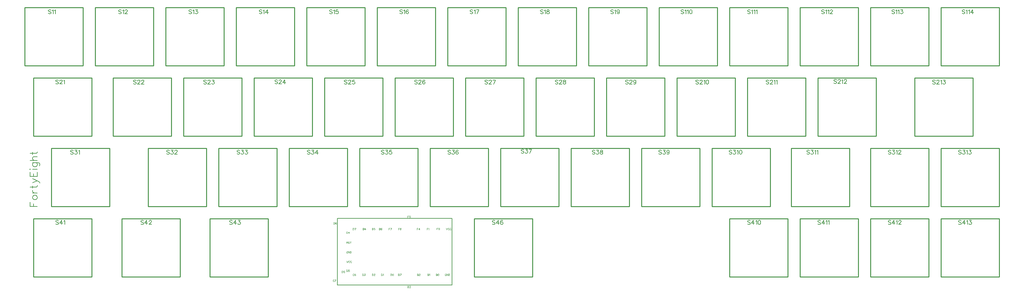
<source format=gto>
G04 ---------------------------- Layer name :TOP SILK LAYER*
G04 easyEDA 0.1*
G04 Scale: 100 percent, Rotated: No, Reflected: No *
G04 Dimensions in inches *
G04 leading zeros omitted , absolute positions ,2 integer and 4 * 
%FSLAX24Y24*%
%MOIN*%
G90*
G70D02*

%ADD10C,0.010000*%
%ADD11C,0.006096*%
%ADD12C,0.003937*%
%ADD13C,0.008000*%
%ADD14C,0.007000*%

%LPD*%
%LNVIA PAD TRACK COPPERAREA*%
G54D11*
G01X46096Y32376D02*
G01X46096Y39488D01*
G01X33904Y39488D01*
G01X33904Y32376D01*
G01X46096Y32376D01*
G54D10*
G01X6852Y55747D02*
G01X652Y55747D01*
G01X6852Y61947D02*
G01X6852Y55747D01*
G01X652Y61947D02*
G01X652Y55747D01*
G01X652Y61947D02*
G01X6852Y61947D01*
G01X14352Y55747D02*
G01X8152Y55747D01*
G01X14352Y61947D02*
G01X14352Y55747D01*
G01X8152Y61947D02*
G01X8152Y55747D01*
G01X8152Y61947D02*
G01X14352Y61947D01*
G01X21852Y55747D02*
G01X15652Y55747D01*
G01X21852Y61947D02*
G01X21852Y55747D01*
G01X15652Y61947D02*
G01X15652Y55747D01*
G01X15652Y61947D02*
G01X21852Y61947D01*
G01X29352Y55747D02*
G01X23152Y55747D01*
G01X29352Y61947D02*
G01X29352Y55747D01*
G01X23152Y61947D02*
G01X23152Y55747D01*
G01X23152Y61947D02*
G01X29352Y61947D01*
G01X36852Y55747D02*
G01X30652Y55747D01*
G01X36852Y61947D02*
G01X36852Y55747D01*
G01X30652Y61947D02*
G01X30652Y55747D01*
G01X30652Y61947D02*
G01X36852Y61947D01*
G01X44352Y55747D02*
G01X38152Y55747D01*
G01X44352Y61947D02*
G01X44352Y55747D01*
G01X38152Y61947D02*
G01X38152Y55747D01*
G01X38152Y61947D02*
G01X44352Y61947D01*
G01X51852Y55747D02*
G01X45652Y55747D01*
G01X51852Y61947D02*
G01X51852Y55747D01*
G01X45652Y61947D02*
G01X45652Y55747D01*
G01X45652Y61947D02*
G01X51852Y61947D01*
G01X59352Y55747D02*
G01X53152Y55747D01*
G01X59352Y61947D02*
G01X59352Y55747D01*
G01X53152Y61947D02*
G01X53152Y55747D01*
G01X53152Y61947D02*
G01X59352Y61947D01*
G01X66851Y55747D02*
G01X60651Y55747D01*
G01X66851Y61947D02*
G01X66851Y55747D01*
G01X60651Y61947D02*
G01X60651Y55747D01*
G01X60651Y61947D02*
G01X66851Y61947D01*
G01X74352Y55747D02*
G01X68152Y55747D01*
G01X74352Y61947D02*
G01X74352Y55747D01*
G01X68152Y61947D02*
G01X68152Y55747D01*
G01X68152Y61947D02*
G01X74352Y61947D01*
G01X81851Y55747D02*
G01X75651Y55747D01*
G01X81851Y61947D02*
G01X81851Y55747D01*
G01X75651Y61947D02*
G01X75651Y55747D01*
G01X75651Y61947D02*
G01X81851Y61947D01*
G01X89351Y55747D02*
G01X83151Y55747D01*
G01X89351Y61947D02*
G01X89351Y55747D01*
G01X83151Y61947D02*
G01X83151Y55747D01*
G01X83151Y61947D02*
G01X89351Y61947D01*
G01X96851Y55747D02*
G01X90651Y55747D01*
G01X96851Y61947D02*
G01X96851Y55747D01*
G01X90651Y61947D02*
G01X90651Y55747D01*
G01X90651Y61947D02*
G01X96851Y61947D01*
G01X104351Y55747D02*
G01X98151Y55747D01*
G01X104351Y61947D02*
G01X104351Y55747D01*
G01X98151Y61947D02*
G01X98151Y55747D01*
G01X98151Y61947D02*
G01X104351Y61947D01*
G01X7789Y48247D02*
G01X1589Y48247D01*
G01X7789Y54447D02*
G01X7789Y48247D01*
G01X1589Y54447D02*
G01X1589Y48247D01*
G01X1589Y54447D02*
G01X7789Y54447D01*
G01X9663Y40747D02*
G01X3463Y40747D01*
G01X9663Y46947D02*
G01X9663Y40747D01*
G01X3463Y46947D02*
G01X3463Y40747D01*
G01X3463Y46947D02*
G01X9663Y46947D01*
G01X7789Y33247D02*
G01X1589Y33247D01*
G01X7789Y39447D02*
G01X7789Y33247D01*
G01X1589Y39447D02*
G01X1589Y33247D01*
G01X1589Y39447D02*
G01X7789Y39447D01*
G01X16226Y48247D02*
G01X10026Y48247D01*
G01X16226Y54447D02*
G01X16226Y48247D01*
G01X10026Y54447D02*
G01X10026Y48247D01*
G01X10026Y54447D02*
G01X16226Y54447D01*
G01X23726Y48247D02*
G01X17526Y48247D01*
G01X23726Y54447D02*
G01X23726Y48247D01*
G01X17526Y54447D02*
G01X17526Y48247D01*
G01X17526Y54447D02*
G01X23726Y54447D01*
G01X31226Y48247D02*
G01X25026Y48247D01*
G01X31226Y54447D02*
G01X31226Y48247D01*
G01X25026Y54447D02*
G01X25026Y48247D01*
G01X25026Y54447D02*
G01X31226Y54447D01*
G01X38726Y48247D02*
G01X32526Y48247D01*
G01X38726Y54447D02*
G01X38726Y48247D01*
G01X32526Y54447D02*
G01X32526Y48247D01*
G01X32526Y54447D02*
G01X38726Y54447D01*
G01X46226Y48247D02*
G01X40026Y48247D01*
G01X46226Y54447D02*
G01X46226Y48247D01*
G01X40026Y54447D02*
G01X40026Y48247D01*
G01X40026Y54447D02*
G01X46226Y54447D01*
G01X53726Y48247D02*
G01X47526Y48247D01*
G01X53726Y54447D02*
G01X53726Y48247D01*
G01X47526Y54447D02*
G01X47526Y48247D01*
G01X47526Y54447D02*
G01X53726Y54447D01*
G01X61226Y48247D02*
G01X55026Y48247D01*
G01X61226Y54447D02*
G01X61226Y48247D01*
G01X55026Y54447D02*
G01X55026Y48247D01*
G01X55026Y54447D02*
G01X61226Y54447D01*
G01X68726Y48247D02*
G01X62526Y48247D01*
G01X68726Y54447D02*
G01X68726Y48247D01*
G01X62526Y54447D02*
G01X62526Y48247D01*
G01X62526Y54447D02*
G01X68726Y54447D01*
G01X76226Y48247D02*
G01X70026Y48247D01*
G01X76226Y54447D02*
G01X76226Y48247D01*
G01X70026Y54447D02*
G01X70026Y48247D01*
G01X70026Y54447D02*
G01X76226Y54447D01*
G01X83726Y48247D02*
G01X77526Y48247D01*
G01X83726Y54447D02*
G01X83726Y48247D01*
G01X77526Y54447D02*
G01X77526Y48247D01*
G01X77526Y54447D02*
G01X83726Y54447D01*
G01X91226Y48247D02*
G01X85025Y48247D01*
G01X91226Y54447D02*
G01X91226Y48247D01*
G01X85025Y54447D02*
G01X85025Y48247D01*
G01X85025Y54447D02*
G01X91226Y54447D01*
G01X101537Y48247D02*
G01X95337Y48247D01*
G01X101537Y54447D02*
G01X101537Y48247D01*
G01X95337Y54447D02*
G01X95337Y48247D01*
G01X95337Y54447D02*
G01X101537Y54447D01*
G01X19974Y40747D02*
G01X13774Y40747D01*
G01X19974Y46947D02*
G01X19974Y40747D01*
G01X13774Y46947D02*
G01X13774Y40747D01*
G01X13774Y46947D02*
G01X19974Y46947D01*
G01X27474Y40747D02*
G01X21274Y40747D01*
G01X27474Y46947D02*
G01X27474Y40747D01*
G01X21274Y46947D02*
G01X21274Y40747D01*
G01X21274Y46947D02*
G01X27474Y46947D01*
G01X34974Y40747D02*
G01X28774Y40747D01*
G01X34974Y46947D02*
G01X34974Y40747D01*
G01X28774Y46947D02*
G01X28774Y40747D01*
G01X28774Y46947D02*
G01X34974Y46947D01*
G01X42474Y40747D02*
G01X36274Y40747D01*
G01X42474Y46947D02*
G01X42474Y40747D01*
G01X36274Y46947D02*
G01X36274Y40747D01*
G01X36274Y46947D02*
G01X42474Y46947D01*
G01X49974Y40747D02*
G01X43774Y40747D01*
G01X49974Y46947D02*
G01X49974Y40747D01*
G01X43774Y46947D02*
G01X43774Y40747D01*
G01X43774Y46947D02*
G01X49974Y46947D01*
G01X57474Y40747D02*
G01X51274Y40747D01*
G01X57474Y46947D02*
G01X57474Y40747D01*
G01X51274Y46947D02*
G01X51274Y40747D01*
G01X51274Y46947D02*
G01X57474Y46947D01*
G01X64974Y40747D02*
G01X58774Y40747D01*
G01X64974Y46947D02*
G01X64974Y40747D01*
G01X58774Y46947D02*
G01X58774Y40747D01*
G01X58774Y46947D02*
G01X64974Y46947D01*
G01X72474Y40747D02*
G01X66274Y40747D01*
G01X72474Y46947D02*
G01X72474Y40747D01*
G01X66274Y46947D02*
G01X66274Y40747D01*
G01X66274Y46947D02*
G01X72474Y46947D01*
G01X79974Y40747D02*
G01X73774Y40747D01*
G01X79974Y46947D02*
G01X79974Y40747D01*
G01X73774Y46947D02*
G01X73774Y40747D01*
G01X73774Y46947D02*
G01X79974Y46947D01*
G01X88411Y40747D02*
G01X82211Y40747D01*
G01X88411Y46947D02*
G01X88411Y40747D01*
G01X82211Y46947D02*
G01X82211Y40747D01*
G01X82211Y46947D02*
G01X88411Y46947D01*
G01X96851Y40747D02*
G01X90651Y40747D01*
G01X96851Y46947D02*
G01X96851Y40747D01*
G01X90651Y46947D02*
G01X90651Y40747D01*
G01X90651Y46947D02*
G01X96851Y46947D01*
G01X104351Y40747D02*
G01X98151Y40747D01*
G01X104351Y46947D02*
G01X104351Y40747D01*
G01X98151Y46947D02*
G01X98151Y40747D01*
G01X98151Y46947D02*
G01X104351Y46947D01*
G01X17163Y33247D02*
G01X10963Y33247D01*
G01X17163Y39447D02*
G01X17163Y33247D01*
G01X10963Y39447D02*
G01X10963Y33247D01*
G01X10963Y39447D02*
G01X17163Y39447D01*
G01X26537Y33247D02*
G01X20337Y33247D01*
G01X26537Y39447D02*
G01X26537Y33247D01*
G01X20337Y39447D02*
G01X20337Y33247D01*
G01X20337Y39447D02*
G01X26537Y39447D01*
G01X54663Y33247D02*
G01X48463Y33247D01*
G01X54663Y39447D02*
G01X54663Y33247D01*
G01X48463Y39447D02*
G01X48463Y33247D01*
G01X48463Y39447D02*
G01X54663Y39447D01*
G01X81852Y33247D02*
G01X75652Y33247D01*
G01X81852Y39447D02*
G01X81852Y33247D01*
G01X75652Y39447D02*
G01X75652Y33247D01*
G01X75652Y39447D02*
G01X81852Y39447D01*
G01X89351Y33247D02*
G01X83152Y33247D01*
G01X89351Y39447D02*
G01X89351Y33247D01*
G01X83152Y39447D02*
G01X83152Y33247D01*
G01X83152Y39447D02*
G01X89351Y39447D01*
G01X96851Y33247D02*
G01X90651Y33247D01*
G01X96851Y39447D02*
G01X96851Y33247D01*
G01X90651Y39447D02*
G01X90651Y33247D01*
G01X90651Y39447D02*
G01X96851Y39447D01*
G01X104351Y33247D02*
G01X98151Y33247D01*
G01X104351Y39447D02*
G01X104351Y33247D01*
G01X98151Y39447D02*
G01X98151Y33247D01*
G01X98151Y39447D02*
G01X104351Y39447D01*
G54D12*
G01X45476Y38455D02*
G01X45546Y38267D01*
G01X45619Y38455D02*
G01X45546Y38267D01*
G01X45812Y38411D02*
G01X45803Y38429D01*
G01X45785Y38447D01*
G01X45766Y38455D01*
G01X45732Y38455D01*
G01X45714Y38447D01*
G01X45695Y38429D01*
G01X45687Y38411D01*
G01X45678Y38384D01*
G01X45678Y38339D01*
G01X45687Y38312D01*
G01X45695Y38294D01*
G01X45714Y38277D01*
G01X45732Y38267D01*
G01X45766Y38267D01*
G01X45785Y38277D01*
G01X45803Y38294D01*
G01X45812Y38312D01*
G01X46004Y38411D02*
G01X45995Y38429D01*
G01X45979Y38447D01*
G01X45961Y38455D01*
G01X45925Y38455D01*
G01X45907Y38447D01*
G01X45889Y38429D01*
G01X45879Y38411D01*
G01X45870Y38384D01*
G01X45870Y38339D01*
G01X45879Y38312D01*
G01X45889Y38294D01*
G01X45907Y38277D01*
G01X45925Y38267D01*
G01X45961Y38267D01*
G01X45979Y38277D01*
G01X45995Y38294D01*
G01X46004Y38312D01*
G01X44485Y38457D02*
G01X44485Y38270D01*
G01X44485Y38457D02*
G01X44602Y38457D01*
G01X44485Y38367D02*
G01X44555Y38367D01*
G01X44715Y38457D02*
G01X44688Y38449D01*
G01X44669Y38422D01*
G01X44660Y38377D01*
G01X44660Y38350D01*
G01X44669Y38304D01*
G01X44688Y38279D01*
G01X44715Y38270D01*
G01X44732Y38270D01*
G01X44759Y38279D01*
G01X44778Y38304D01*
G01X44787Y38350D01*
G01X44787Y38377D01*
G01X44778Y38422D01*
G01X44759Y38449D01*
G01X44732Y38457D01*
G01X44715Y38457D01*
G01X43424Y38455D02*
G01X43424Y38267D01*
G01X43424Y38455D02*
G01X43541Y38455D01*
G01X43424Y38366D02*
G01X43496Y38366D01*
G01X43600Y38420D02*
G01X43617Y38429D01*
G01X43644Y38455D01*
G01X43644Y38267D01*
G01X42363Y38455D02*
G01X42363Y38267D01*
G01X42363Y38455D02*
G01X42479Y38455D01*
G01X42363Y38366D02*
G01X42434Y38366D01*
G01X42628Y38455D02*
G01X42538Y38329D01*
G01X42672Y38329D01*
G01X42628Y38455D02*
G01X42628Y38267D01*
G01X41376Y39751D02*
G01X41376Y39563D01*
G01X41376Y39751D02*
G01X41491Y39751D01*
G01X41376Y39661D02*
G01X41447Y39661D01*
G01X41659Y39751D02*
G01X41569Y39751D01*
G01X41560Y39670D01*
G01X41569Y39679D01*
G01X41596Y39688D01*
G01X41623Y39688D01*
G01X41650Y39679D01*
G01X41666Y39661D01*
G01X41676Y39634D01*
G01X41676Y39616D01*
G01X41666Y39590D01*
G01X41650Y39572D01*
G01X41623Y39563D01*
G01X41596Y39563D01*
G01X41569Y39572D01*
G01X41560Y39580D01*
G01X41551Y39598D01*
G01X45488Y33528D02*
G01X45479Y33546D01*
G01X45461Y33564D01*
G01X45442Y33572D01*
G01X45407Y33572D01*
G01X45389Y33564D01*
G01X45371Y33546D01*
G01X45362Y33528D01*
G01X45353Y33501D01*
G01X45353Y33455D01*
G01X45362Y33429D01*
G01X45371Y33411D01*
G01X45389Y33394D01*
G01X45407Y33385D01*
G01X45442Y33385D01*
G01X45461Y33394D01*
G01X45479Y33411D01*
G01X45488Y33429D01*
G01X45488Y33455D01*
G01X45442Y33455D02*
G01X45488Y33455D01*
G01X45547Y33572D02*
G01X45547Y33385D01*
G01X45547Y33572D02*
G01X45672Y33385D01*
G01X45672Y33572D02*
G01X45672Y33385D01*
G01X45730Y33572D02*
G01X45730Y33385D01*
G01X45730Y33572D02*
G01X45794Y33572D01*
G01X45820Y33564D01*
G01X45838Y33546D01*
G01X45847Y33528D01*
G01X45855Y33501D01*
G01X45855Y33455D01*
G01X45847Y33429D01*
G01X45838Y33411D01*
G01X45820Y33394D01*
G01X45794Y33385D01*
G01X45730Y33385D01*
G01X44404Y33572D02*
G01X44404Y33384D01*
G01X44404Y33572D02*
G01X44486Y33572D01*
G01X44512Y33563D01*
G01X44521Y33554D01*
G01X44529Y33537D01*
G01X44529Y33519D01*
G01X44521Y33501D01*
G01X44512Y33491D01*
G01X44486Y33483D01*
G01X44404Y33483D02*
G01X44486Y33483D01*
G01X44512Y33474D01*
G01X44521Y33465D01*
G01X44529Y33447D01*
G01X44529Y33420D01*
G01X44521Y33402D01*
G01X44512Y33392D01*
G01X44486Y33384D01*
G01X44404Y33384D01*
G01X44642Y33572D02*
G01X44616Y33563D01*
G01X44598Y33537D01*
G01X44589Y33491D01*
G01X44589Y33465D01*
G01X44598Y33420D01*
G01X44616Y33392D01*
G01X44642Y33384D01*
G01X44661Y33384D01*
G01X44688Y33392D01*
G01X44705Y33420D01*
G01X44715Y33465D01*
G01X44715Y33491D01*
G01X44705Y33537D01*
G01X44688Y33563D01*
G01X44661Y33572D01*
G01X44642Y33572D01*
G01X40394Y38454D02*
G01X40394Y38266D01*
G01X40394Y38454D02*
G01X40510Y38454D01*
G01X40394Y38365D02*
G01X40466Y38365D01*
G01X40677Y38428D02*
G01X40667Y38445D01*
G01X40641Y38454D01*
G01X40623Y38454D01*
G01X40596Y38445D01*
G01X40578Y38419D01*
G01X40569Y38374D01*
G01X40569Y38329D01*
G01X40578Y38292D01*
G01X40596Y38275D01*
G01X40623Y38266D01*
G01X40632Y38266D01*
G01X40659Y38275D01*
G01X40677Y38292D01*
G01X40686Y38320D01*
G01X40686Y38329D01*
G01X40677Y38355D01*
G01X40659Y38374D01*
G01X40632Y38383D01*
G01X40623Y38383D01*
G01X40596Y38374D01*
G01X40578Y38355D01*
G01X40569Y38329D01*
G01X38347Y38454D02*
G01X38347Y38266D01*
G01X38347Y38454D02*
G01X38427Y38454D01*
G01X38454Y38446D01*
G01X38463Y38437D01*
G01X38472Y38419D01*
G01X38472Y38401D01*
G01X38463Y38383D01*
G01X38454Y38374D01*
G01X38427Y38365D01*
G01X38347Y38365D02*
G01X38427Y38365D01*
G01X38454Y38355D01*
G01X38463Y38347D01*
G01X38472Y38329D01*
G01X38472Y38303D01*
G01X38463Y38285D01*
G01X38454Y38276D01*
G01X38427Y38266D01*
G01X38347Y38266D01*
G01X38639Y38428D02*
G01X38629Y38446D01*
G01X38603Y38454D01*
G01X38585Y38454D01*
G01X38558Y38446D01*
G01X38540Y38419D01*
G01X38530Y38374D01*
G01X38530Y38329D01*
G01X38540Y38294D01*
G01X38558Y38276D01*
G01X38585Y38266D01*
G01X38594Y38266D01*
G01X38621Y38276D01*
G01X38639Y38294D01*
G01X38648Y38320D01*
G01X38648Y38329D01*
G01X38639Y38355D01*
G01X38621Y38374D01*
G01X38594Y38383D01*
G01X38585Y38383D01*
G01X38558Y38374D01*
G01X38540Y38355D01*
G01X38530Y38329D01*
G01X37598Y38454D02*
G01X37598Y38266D01*
G01X37598Y38454D02*
G01X37678Y38454D01*
G01X37704Y38446D01*
G01X37714Y38437D01*
G01X37723Y38419D01*
G01X37723Y38401D01*
G01X37714Y38383D01*
G01X37704Y38374D01*
G01X37678Y38365D01*
G01X37598Y38365D02*
G01X37678Y38365D01*
G01X37704Y38355D01*
G01X37714Y38347D01*
G01X37723Y38329D01*
G01X37723Y38303D01*
G01X37714Y38285D01*
G01X37704Y38276D01*
G01X37678Y38266D01*
G01X37598Y38266D01*
G01X37890Y38454D02*
G01X37800Y38454D01*
G01X37791Y38374D01*
G01X37800Y38383D01*
G01X37827Y38391D01*
G01X37854Y38391D01*
G01X37880Y38383D01*
G01X37899Y38365D01*
G01X37907Y38338D01*
G01X37907Y38320D01*
G01X37899Y38294D01*
G01X37880Y38276D01*
G01X37854Y38266D01*
G01X37827Y38266D01*
G01X37800Y38276D01*
G01X37791Y38285D01*
G01X37782Y38303D01*
G01X36612Y38454D02*
G01X36612Y38267D01*
G01X36612Y38454D02*
G01X36692Y38454D01*
G01X36719Y38447D01*
G01X36728Y38438D01*
G01X36737Y38420D01*
G01X36737Y38402D01*
G01X36728Y38384D01*
G01X36719Y38375D01*
G01X36692Y38366D01*
G01X36612Y38366D02*
G01X36692Y38366D01*
G01X36719Y38357D01*
G01X36728Y38348D01*
G01X36737Y38329D01*
G01X36737Y38303D01*
G01X36728Y38285D01*
G01X36719Y38277D01*
G01X36692Y38267D01*
G01X36612Y38267D01*
G01X36886Y38454D02*
G01X36796Y38329D01*
G01X36930Y38329D01*
G01X36886Y38454D02*
G01X36886Y38267D01*
G01X35548Y38454D02*
G01X35548Y38266D01*
G01X35548Y38454D02*
G01X35611Y38454D01*
G01X35637Y38446D01*
G01X35654Y38428D01*
G01X35664Y38410D01*
G01X35673Y38383D01*
G01X35673Y38338D01*
G01X35664Y38311D01*
G01X35654Y38292D01*
G01X35637Y38276D01*
G01X35611Y38266D01*
G01X35548Y38266D01*
G01X35858Y38454D02*
G01X35767Y38266D01*
G01X35732Y38454D02*
G01X35858Y38454D01*
G01X33504Y39049D02*
G01X33504Y38861D01*
G01X33504Y39049D02*
G01X33566Y39049D01*
G01X33592Y39040D01*
G01X33611Y39022D01*
G01X33620Y39004D01*
G01X33629Y38977D01*
G01X33629Y38933D01*
G01X33620Y38905D01*
G01X33611Y38888D01*
G01X33592Y38870D01*
G01X33566Y38861D01*
G01X33504Y38861D01*
G01X33796Y39022D02*
G01X33787Y39040D01*
G01X33760Y39049D01*
G01X33741Y39049D01*
G01X33715Y39040D01*
G01X33697Y39013D01*
G01X33688Y38967D01*
G01X33688Y38924D01*
G01X33697Y38888D01*
G01X33715Y38870D01*
G01X33741Y38861D01*
G01X33751Y38861D01*
G01X33778Y38870D01*
G01X33796Y38888D01*
G01X33804Y38915D01*
G01X33804Y38924D01*
G01X33796Y38950D01*
G01X33778Y38967D01*
G01X33751Y38977D01*
G01X33741Y38977D01*
G01X33715Y38967D01*
G01X33697Y38950D01*
G01X33688Y38924D01*
G01X34879Y36998D02*
G01X34879Y36810D01*
G01X34879Y36998D02*
G01X34961Y36998D01*
G01X34987Y36989D01*
G01X34996Y36979D01*
G01X35004Y36963D01*
G01X35004Y36945D01*
G01X34996Y36927D01*
G01X34987Y36917D01*
G01X34961Y36909D01*
G01X34879Y36909D01*
G01X34942Y36909D02*
G01X35004Y36810D01*
G01X35190Y36972D02*
G01X35172Y36989D01*
G01X35145Y36998D01*
G01X35109Y36998D01*
G01X35082Y36989D01*
G01X35064Y36972D01*
G01X35064Y36954D01*
G01X35073Y36936D01*
G01X35082Y36927D01*
G01X35100Y36917D01*
G01X35154Y36900D01*
G01X35172Y36891D01*
G01X35180Y36882D01*
G01X35190Y36864D01*
G01X35190Y36837D01*
G01X35172Y36819D01*
G01X35145Y36810D01*
G01X35109Y36810D01*
G01X35082Y36819D01*
G01X35064Y36837D01*
G01X35311Y36998D02*
G01X35311Y36810D01*
G01X35249Y36998D02*
G01X35374Y36998D01*
G01X35013Y35929D02*
G01X35004Y35948D01*
G01X34986Y35965D01*
G01X34967Y35974D01*
G01X34933Y35974D01*
G01X34915Y35965D01*
G01X34897Y35948D01*
G01X34888Y35929D01*
G01X34879Y35903D01*
G01X34879Y35858D01*
G01X34888Y35830D01*
G01X34897Y35813D01*
G01X34915Y35795D01*
G01X34933Y35786D01*
G01X34967Y35786D01*
G01X34986Y35795D01*
G01X35004Y35813D01*
G01X35013Y35830D01*
G01X35013Y35858D01*
G01X34967Y35858D02*
G01X35013Y35858D01*
G01X35072Y35974D02*
G01X35072Y35786D01*
G01X35072Y35974D02*
G01X35198Y35786D01*
G01X35198Y35974D02*
G01X35198Y35786D01*
G01X35257Y35974D02*
G01X35257Y35786D01*
G01X35257Y35974D02*
G01X35319Y35974D01*
G01X35346Y35965D01*
G01X35364Y35948D01*
G01X35373Y35929D01*
G01X35382Y35903D01*
G01X35382Y35858D01*
G01X35373Y35830D01*
G01X35364Y35813D01*
G01X35346Y35795D01*
G01X35319Y35786D01*
G01X35257Y35786D01*
G01X34883Y34951D02*
G01X34954Y34763D01*
G01X35026Y34951D02*
G01X34954Y34763D01*
G01X35217Y34907D02*
G01X35210Y34925D01*
G01X35191Y34941D01*
G01X35175Y34951D01*
G01X35138Y34951D01*
G01X35121Y34941D01*
G01X35102Y34925D01*
G01X35092Y34907D01*
G01X35085Y34879D01*
G01X35085Y34835D01*
G01X35092Y34808D01*
G01X35102Y34790D01*
G01X35121Y34772D01*
G01X35138Y34763D01*
G01X35175Y34763D01*
G01X35191Y34772D01*
G01X35210Y34790D01*
G01X35217Y34808D01*
G01X35413Y34907D02*
G01X35403Y34925D01*
G01X35386Y34941D01*
G01X35366Y34951D01*
G01X35332Y34951D01*
G01X35313Y34941D01*
G01X35296Y34925D01*
G01X35287Y34907D01*
G01X35277Y34879D01*
G01X35277Y34835D01*
G01X35287Y34808D01*
G01X35296Y34790D01*
G01X35313Y34772D01*
G01X35332Y34763D01*
G01X35366Y34763D01*
G01X35386Y34772D01*
G01X35403Y34790D01*
G01X35413Y34808D01*
G01X34370Y33889D02*
G01X34370Y33701D01*
G01X34370Y33889D02*
G01X34433Y33889D01*
G01X34460Y33879D01*
G01X34478Y33863D01*
G01X34487Y33845D01*
G01X34496Y33817D01*
G01X34496Y33773D01*
G01X34487Y33746D01*
G01X34478Y33728D01*
G01X34460Y33710D01*
G01X34433Y33701D01*
G01X34370Y33701D01*
G01X34662Y33889D02*
G01X34573Y33889D01*
G01X34564Y33809D01*
G01X34573Y33817D01*
G01X34599Y33827D01*
G01X34626Y33827D01*
G01X34653Y33817D01*
G01X34671Y33800D01*
G01X34679Y33773D01*
G01X34679Y33754D01*
G01X34671Y33728D01*
G01X34653Y33710D01*
G01X34626Y33701D01*
G01X34599Y33701D01*
G01X34573Y33710D01*
G01X34564Y33719D01*
G01X34554Y33737D01*
G01X33559Y32896D02*
G01X33551Y32914D01*
G01X33533Y32930D01*
G01X33515Y32940D01*
G01X33479Y32940D01*
G01X33462Y32930D01*
G01X33444Y32914D01*
G01X33434Y32896D01*
G01X33426Y32869D01*
G01X33426Y32824D01*
G01X33434Y32797D01*
G01X33444Y32779D01*
G01X33462Y32761D01*
G01X33479Y32752D01*
G01X33515Y32752D01*
G01X33533Y32761D01*
G01X33551Y32779D01*
G01X33559Y32797D01*
G01X33745Y32940D02*
G01X33654Y32752D01*
G01X33619Y32940D02*
G01X33745Y32940D01*
G01X35684Y33528D02*
G01X35675Y33546D01*
G01X35657Y33563D01*
G01X35639Y33572D01*
G01X35604Y33572D01*
G01X35586Y33563D01*
G01X35567Y33546D01*
G01X35559Y33528D01*
G01X35550Y33501D01*
G01X35550Y33455D01*
G01X35559Y33429D01*
G01X35567Y33411D01*
G01X35586Y33392D01*
G01X35604Y33384D01*
G01X35639Y33384D01*
G01X35657Y33392D01*
G01X35675Y33411D01*
G01X35684Y33429D01*
G01X35851Y33546D02*
G01X35841Y33563D01*
G01X35815Y33572D01*
G01X35797Y33572D01*
G01X35770Y33563D01*
G01X35752Y33537D01*
G01X35742Y33491D01*
G01X35742Y33447D01*
G01X35752Y33411D01*
G01X35770Y33392D01*
G01X35797Y33384D01*
G01X35805Y33384D01*
G01X35833Y33392D01*
G01X35851Y33411D01*
G01X35860Y33438D01*
G01X35860Y33447D01*
G01X35851Y33474D01*
G01X35833Y33491D01*
G01X35805Y33501D01*
G01X35797Y33501D01*
G01X35770Y33491D01*
G01X35752Y33474D01*
G01X35742Y33447D01*
G01X36571Y33572D02*
G01X36571Y33384D01*
G01X36571Y33572D02*
G01X36634Y33572D01*
G01X36660Y33563D01*
G01X36678Y33546D01*
G01X36687Y33528D01*
G01X36696Y33501D01*
G01X36696Y33455D01*
G01X36687Y33429D01*
G01X36678Y33411D01*
G01X36660Y33392D01*
G01X36634Y33384D01*
G01X36571Y33384D01*
G01X36773Y33572D02*
G01X36872Y33572D01*
G01X36817Y33501D01*
G01X36845Y33501D01*
G01X36863Y33491D01*
G01X36872Y33483D01*
G01X36880Y33455D01*
G01X36880Y33438D01*
G01X36872Y33411D01*
G01X36854Y33392D01*
G01X36827Y33384D01*
G01X36800Y33384D01*
G01X36773Y33392D01*
G01X36764Y33402D01*
G01X36754Y33420D01*
G01X37597Y33573D02*
G01X37597Y33385D01*
G01X37597Y33573D02*
G01X37660Y33573D01*
G01X37687Y33564D01*
G01X37704Y33547D01*
G01X37714Y33529D01*
G01X37723Y33502D01*
G01X37723Y33457D01*
G01X37714Y33429D01*
G01X37704Y33412D01*
G01X37687Y33394D01*
G01X37660Y33385D01*
G01X37597Y33385D01*
G01X37791Y33529D02*
G01X37791Y33538D01*
G01X37800Y33554D01*
G01X37809Y33564D01*
G01X37826Y33573D01*
G01X37862Y33573D01*
G01X37879Y33564D01*
G01X37889Y33554D01*
G01X37898Y33538D01*
G01X37898Y33520D01*
G01X37889Y33502D01*
G01X37871Y33475D01*
G01X37782Y33385D01*
G01X37907Y33385D01*
G01X38582Y33572D02*
G01X38582Y33384D01*
G01X38582Y33572D02*
G01X38645Y33572D01*
G01X38671Y33563D01*
G01X38689Y33546D01*
G01X38698Y33528D01*
G01X38707Y33501D01*
G01X38707Y33455D01*
G01X38698Y33429D01*
G01X38689Y33411D01*
G01X38671Y33392D01*
G01X38645Y33384D01*
G01X38582Y33384D01*
G01X38766Y33537D02*
G01X38784Y33546D01*
G01X38811Y33572D01*
G01X38811Y33384D01*
G01X39566Y33572D02*
G01X39566Y33384D01*
G01X39566Y33572D02*
G01X39629Y33572D01*
G01X39655Y33563D01*
G01X39674Y33546D01*
G01X39683Y33528D01*
G01X39691Y33501D01*
G01X39691Y33455D01*
G01X39683Y33429D01*
G01X39674Y33411D01*
G01X39655Y33392D01*
G01X39629Y33384D01*
G01X39566Y33384D01*
G01X39804Y33572D02*
G01X39778Y33563D01*
G01X39760Y33537D01*
G01X39751Y33491D01*
G01X39751Y33465D01*
G01X39760Y33420D01*
G01X39778Y33392D01*
G01X39804Y33384D01*
G01X39822Y33384D01*
G01X39849Y33392D01*
G01X39866Y33420D01*
G01X39876Y33465D01*
G01X39876Y33491D01*
G01X39866Y33537D01*
G01X39849Y33563D01*
G01X39822Y33572D01*
G01X39804Y33572D01*
G01X40390Y33572D02*
G01X40390Y33384D01*
G01X40390Y33572D02*
G01X40471Y33572D01*
G01X40497Y33563D01*
G01X40505Y33554D01*
G01X40515Y33537D01*
G01X40515Y33519D01*
G01X40505Y33501D01*
G01X40497Y33491D01*
G01X40471Y33483D01*
G01X40390Y33483D02*
G01X40471Y33483D01*
G01X40497Y33474D01*
G01X40505Y33465D01*
G01X40515Y33447D01*
G01X40515Y33420D01*
G01X40505Y33402D01*
G01X40497Y33392D01*
G01X40471Y33384D01*
G01X40390Y33384D01*
G01X40700Y33572D02*
G01X40610Y33384D01*
G01X40574Y33572D02*
G01X40700Y33572D01*
G01X42400Y33572D02*
G01X42400Y33384D01*
G01X42400Y33572D02*
G01X42480Y33572D01*
G01X42507Y33563D01*
G01X42516Y33554D01*
G01X42525Y33537D01*
G01X42525Y33519D01*
G01X42516Y33501D01*
G01X42507Y33491D01*
G01X42480Y33483D01*
G01X42400Y33483D02*
G01X42480Y33483D01*
G01X42507Y33474D01*
G01X42516Y33465D01*
G01X42525Y33447D01*
G01X42525Y33420D01*
G01X42516Y33402D01*
G01X42507Y33392D01*
G01X42480Y33384D01*
G01X42400Y33384D01*
G01X42592Y33528D02*
G01X42592Y33537D01*
G01X42602Y33554D01*
G01X42611Y33563D01*
G01X42629Y33572D01*
G01X42665Y33572D01*
G01X42683Y33563D01*
G01X42691Y33554D01*
G01X42701Y33537D01*
G01X42701Y33519D01*
G01X42691Y33501D01*
G01X42674Y33474D01*
G01X42584Y33384D01*
G01X42710Y33384D01*
G01X43502Y33572D02*
G01X43502Y33384D01*
G01X43502Y33572D02*
G01X43583Y33572D01*
G01X43608Y33563D01*
G01X43617Y33554D01*
G01X43627Y33537D01*
G01X43627Y33519D01*
G01X43617Y33501D01*
G01X43608Y33491D01*
G01X43583Y33483D01*
G01X43502Y33483D02*
G01X43583Y33483D01*
G01X43608Y33474D01*
G01X43617Y33465D01*
G01X43627Y33447D01*
G01X43627Y33420D01*
G01X43617Y33402D01*
G01X43608Y33392D01*
G01X43583Y33384D01*
G01X43502Y33384D01*
G01X43685Y33537D02*
G01X43704Y33546D01*
G01X43730Y33572D01*
G01X43730Y33384D01*
G01X39366Y38454D02*
G01X39366Y38266D01*
G01X39366Y38454D02*
G01X39483Y38454D01*
G01X39366Y38366D02*
G01X39439Y38366D01*
G01X39667Y38454D02*
G01X39578Y38266D01*
G01X39541Y38454D02*
G01X39667Y38454D01*
G54D13*
G01X1212Y40755D02*
G01X1975Y40755D01*
G01X1212Y40755D02*
G01X1212Y41228D01*
G01X1575Y40755D02*
G01X1575Y41047D01*
G01X1467Y41650D02*
G01X1502Y41577D01*
G01X1575Y41505D01*
G01X1685Y41468D01*
G01X1757Y41468D01*
G01X1867Y41505D01*
G01X1938Y41577D01*
G01X1975Y41650D01*
G01X1975Y41759D01*
G01X1938Y41832D01*
G01X1867Y41905D01*
G01X1757Y41941D01*
G01X1685Y41941D01*
G01X1575Y41905D01*
G01X1502Y41832D01*
G01X1467Y41759D01*
G01X1467Y41650D01*
G01X1467Y42181D02*
G01X1975Y42181D01*
G01X1685Y42181D02*
G01X1575Y42217D01*
G01X1502Y42290D01*
G01X1467Y42363D01*
G01X1467Y42472D01*
G01X1212Y42821D02*
G01X1830Y42821D01*
G01X1938Y42857D01*
G01X1975Y42930D01*
G01X1975Y43003D01*
G01X1467Y42712D02*
G01X1467Y42967D01*
G01X1467Y43279D02*
G01X1975Y43497D01*
G01X1467Y43716D02*
G01X1975Y43497D01*
G01X2120Y43425D01*
G01X2194Y43352D01*
G01X2230Y43279D01*
G01X2230Y43243D01*
G01X1212Y43956D02*
G01X1975Y43956D01*
G01X1212Y43956D02*
G01X1212Y44428D01*
G01X1575Y43956D02*
G01X1575Y44247D01*
G01X1975Y43956D02*
G01X1975Y44428D01*
G01X1212Y44668D02*
G01X1249Y44705D01*
G01X1212Y44741D01*
G01X1175Y44705D01*
G01X1212Y44668D01*
G01X1467Y44705D02*
G01X1975Y44705D01*
G01X1467Y45417D02*
G01X2049Y45417D01*
G01X2157Y45381D01*
G01X2194Y45345D01*
G01X2230Y45272D01*
G01X2230Y45163D01*
G01X2194Y45090D01*
G01X1575Y45417D02*
G01X1502Y45345D01*
G01X1467Y45272D01*
G01X1467Y45163D01*
G01X1502Y45090D01*
G01X1575Y45017D01*
G01X1685Y44981D01*
G01X1757Y44981D01*
G01X1867Y45017D01*
G01X1938Y45090D01*
G01X1975Y45163D01*
G01X1975Y45272D01*
G01X1938Y45345D01*
G01X1867Y45417D01*
G01X1212Y45657D02*
G01X1975Y45657D01*
G01X1612Y45657D02*
G01X1502Y45767D01*
G01X1467Y45839D01*
G01X1467Y45949D01*
G01X1502Y46021D01*
G01X1612Y46057D01*
G01X1975Y46057D01*
G01X1212Y46407D02*
G01X1830Y46407D01*
G01X1938Y46443D01*
G01X1975Y46516D01*
G01X1975Y46588D01*
G01X1467Y46297D02*
G01X1467Y46552D01*
G54D12*
G01X41378Y32274D02*
G01X41378Y32086D01*
G01X41378Y32274D02*
G01X41459Y32274D01*
G01X41485Y32264D01*
G01X41494Y32255D01*
G01X41503Y32239D01*
G01X41503Y32221D01*
G01X41494Y32202D01*
G01X41485Y32194D01*
G01X41459Y32185D01*
G01X41378Y32185D02*
G01X41459Y32185D01*
G01X41485Y32176D01*
G01X41494Y32166D01*
G01X41503Y32149D01*
G01X41503Y32122D01*
G01X41494Y32103D01*
G01X41485Y32095D01*
G01X41459Y32086D01*
G01X41378Y32086D01*
G01X41579Y32274D02*
G01X41679Y32274D01*
G01X41625Y32202D01*
G01X41652Y32202D01*
G01X41670Y32194D01*
G01X41679Y32185D01*
G01X41688Y32158D01*
G01X41688Y32139D01*
G01X41679Y32113D01*
G01X41661Y32095D01*
G01X41634Y32086D01*
G01X41607Y32086D01*
G01X41579Y32095D01*
G01X41571Y32103D01*
G01X41562Y32122D01*
G01X34882Y38061D02*
G01X34882Y37873D01*
G01X34882Y38061D02*
G01X34945Y38061D01*
G01X34971Y38052D01*
G01X34989Y38035D01*
G01X34998Y38016D01*
G01X35007Y37990D01*
G01X35007Y37945D01*
G01X34998Y37917D01*
G01X34989Y37900D01*
G01X34971Y37882D01*
G01X34945Y37873D01*
G01X34882Y37873D01*
G01X35155Y38061D02*
G01X35066Y37936D01*
G01X35201Y37936D01*
G01X35155Y38061D02*
G01X35155Y37873D01*
G01X34880Y34007D02*
G01X34880Y33819D01*
G01X34880Y34007D02*
G01X34944Y34007D01*
G01X34970Y33998D01*
G01X34988Y33980D01*
G01X34997Y33963D01*
G01X35005Y33936D01*
G01X35005Y33891D01*
G01X34997Y33864D01*
G01X34988Y33846D01*
G01X34970Y33828D01*
G01X34944Y33819D01*
G01X34880Y33819D01*
G01X35173Y34007D02*
G01X35083Y34007D01*
G01X35074Y33927D01*
G01X35083Y33936D01*
G01X35110Y33945D01*
G01X35137Y33945D01*
G01X35164Y33936D01*
G01X35182Y33917D01*
G01X35191Y33891D01*
G01X35191Y33873D01*
G01X35182Y33846D01*
G01X35164Y33828D01*
G01X35137Y33819D01*
G01X35110Y33819D01*
G01X35083Y33828D01*
G01X35074Y33837D01*
G01X35065Y33854D01*
G54D14*
G01X3438Y61653D02*
G01X3400Y61696D01*
G01X3337Y61715D01*
G01X3256Y61715D01*
G01X3194Y61696D01*
G01X3154Y61653D01*
G01X3154Y61615D01*
G01X3175Y61572D01*
G01X3194Y61552D01*
G01X3237Y61533D01*
G01X3356Y61490D01*
G01X3400Y61471D01*
G01X3419Y61452D01*
G01X3438Y61408D01*
G01X3438Y61347D01*
G01X3400Y61308D01*
G01X3337Y61283D01*
G01X3256Y61283D01*
G01X3194Y61308D01*
G01X3154Y61347D01*
G01X3575Y61633D02*
G01X3616Y61653D01*
G01X3677Y61715D01*
G01X3677Y61283D01*
G01X3812Y61633D02*
G01X3852Y61653D01*
G01X3913Y61715D01*
G01X3913Y61283D01*
G01X10919Y61647D02*
G01X10879Y61690D01*
G01X10819Y61708D01*
G01X10732Y61708D01*
G01X10670Y61690D01*
G01X10632Y61647D01*
G01X10632Y61608D01*
G01X10652Y61566D01*
G01X10670Y61546D01*
G01X10718Y61528D01*
G01X10836Y61483D01*
G01X10879Y61465D01*
G01X10895Y61446D01*
G01X10919Y61403D01*
G01X10919Y61341D01*
G01X10879Y61303D01*
G01X10819Y61278D01*
G01X10732Y61278D01*
G01X10670Y61303D01*
G01X10632Y61341D01*
G01X11054Y61628D02*
G01X11094Y61647D01*
G01X11157Y61708D01*
G01X11157Y61278D01*
G01X11311Y61608D02*
G01X11311Y61628D01*
G01X11332Y61671D01*
G01X11353Y61690D01*
G01X11395Y61708D01*
G01X11473Y61708D01*
G01X11519Y61690D01*
G01X11536Y61671D01*
G01X11557Y61628D01*
G01X11557Y61590D01*
G01X11536Y61546D01*
G01X11495Y61483D01*
G01X11294Y61278D01*
G01X11578Y61278D01*
G01X18400Y61647D02*
G01X18359Y61690D01*
G01X18299Y61708D01*
G01X18213Y61708D01*
G01X18151Y61690D01*
G01X18113Y61647D01*
G01X18113Y61608D01*
G01X18134Y61566D01*
G01X18151Y61546D01*
G01X18198Y61528D01*
G01X18315Y61483D01*
G01X18359Y61465D01*
G01X18376Y61446D01*
G01X18400Y61403D01*
G01X18400Y61341D01*
G01X18359Y61303D01*
G01X18299Y61278D01*
G01X18213Y61278D01*
G01X18151Y61303D01*
G01X18113Y61341D01*
G01X18534Y61628D02*
G01X18575Y61647D01*
G01X18637Y61708D01*
G01X18637Y61278D01*
G01X18812Y61708D02*
G01X19037Y61708D01*
G01X18913Y61546D01*
G01X18975Y61546D01*
G01X19015Y61528D01*
G01X19037Y61503D01*
G01X19059Y61446D01*
G01X19059Y61403D01*
G01X19037Y61341D01*
G01X18999Y61303D01*
G01X18936Y61278D01*
G01X18875Y61278D01*
G01X18812Y61303D01*
G01X18790Y61321D01*
G01X18774Y61365D01*
G01X25882Y61647D02*
G01X25839Y61690D01*
G01X25779Y61708D01*
G01X25696Y61708D01*
G01X25635Y61690D01*
G01X25595Y61647D01*
G01X25595Y61608D01*
G01X25614Y61566D01*
G01X25635Y61546D01*
G01X25677Y61528D01*
G01X25799Y61483D01*
G01X25839Y61465D01*
G01X25860Y61446D01*
G01X25882Y61403D01*
G01X25882Y61341D01*
G01X25839Y61303D01*
G01X25779Y61278D01*
G01X25696Y61278D01*
G01X25635Y61303D01*
G01X25595Y61341D01*
G01X26016Y61628D02*
G01X26057Y61647D01*
G01X26120Y61708D01*
G01X26120Y61278D01*
G01X26458Y61708D02*
G01X26254Y61422D01*
G01X26559Y61422D01*
G01X26458Y61708D02*
G01X26458Y61278D01*
G01X33362Y61647D02*
G01X33319Y61690D01*
G01X33260Y61708D01*
G01X33176Y61708D01*
G01X33115Y61690D01*
G01X33075Y61647D01*
G01X33075Y61608D01*
G01X33094Y61566D01*
G01X33115Y61546D01*
G01X33158Y61528D01*
G01X33279Y61483D01*
G01X33319Y61465D01*
G01X33340Y61446D01*
G01X33362Y61403D01*
G01X33362Y61341D01*
G01X33319Y61303D01*
G01X33260Y61278D01*
G01X33176Y61278D01*
G01X33115Y61303D01*
G01X33075Y61341D01*
G01X33497Y61628D02*
G01X33537Y61647D01*
G01X33600Y61708D01*
G01X33600Y61278D01*
G01X33979Y61708D02*
G01X33775Y61708D01*
G01X33754Y61528D01*
G01X33775Y61546D01*
G01X33837Y61566D01*
G01X33898Y61566D01*
G01X33960Y61546D01*
G01X34000Y61503D01*
G01X34019Y61446D01*
G01X34019Y61403D01*
G01X34000Y61341D01*
G01X33960Y61303D01*
G01X33898Y61278D01*
G01X33837Y61278D01*
G01X33775Y61303D01*
G01X33754Y61321D01*
G01X33735Y61365D01*
G01X40842Y61647D02*
G01X40800Y61690D01*
G01X40741Y61708D01*
G01X40657Y61708D01*
G01X40596Y61690D01*
G01X40555Y61647D01*
G01X40555Y61608D01*
G01X40575Y61566D01*
G01X40596Y61546D01*
G01X40639Y61528D01*
G01X40760Y61483D01*
G01X40800Y61465D01*
G01X40821Y61446D01*
G01X40842Y61403D01*
G01X40842Y61341D01*
G01X40800Y61303D01*
G01X40741Y61278D01*
G01X40657Y61278D01*
G01X40596Y61303D01*
G01X40555Y61341D01*
G01X40978Y61628D02*
G01X41017Y61647D01*
G01X41080Y61708D01*
G01X41080Y61278D01*
G01X41460Y61647D02*
G01X41441Y61690D01*
G01X41379Y61708D01*
G01X41338Y61708D01*
G01X41275Y61690D01*
G01X41235Y61628D01*
G01X41216Y61528D01*
G01X41216Y61422D01*
G01X41235Y61341D01*
G01X41275Y61303D01*
G01X41338Y61278D01*
G01X41357Y61278D01*
G01X41419Y61303D01*
G01X41460Y61341D01*
G01X41480Y61403D01*
G01X41480Y61422D01*
G01X41460Y61483D01*
G01X41419Y61528D01*
G01X41357Y61546D01*
G01X41338Y61546D01*
G01X41275Y61528D01*
G01X41235Y61483D01*
G01X41216Y61422D01*
G01X48323Y61647D02*
G01X48279Y61690D01*
G01X48221Y61708D01*
G01X48137Y61708D01*
G01X48076Y61690D01*
G01X48036Y61647D01*
G01X48036Y61608D01*
G01X48054Y61566D01*
G01X48076Y61546D01*
G01X48119Y61528D01*
G01X48240Y61483D01*
G01X48279Y61465D01*
G01X48301Y61446D01*
G01X48323Y61403D01*
G01X48323Y61341D01*
G01X48279Y61303D01*
G01X48221Y61278D01*
G01X48137Y61278D01*
G01X48076Y61303D01*
G01X48036Y61341D01*
G01X48458Y61628D02*
G01X48498Y61647D01*
G01X48561Y61708D01*
G01X48561Y61278D01*
G01X48979Y61708D02*
G01X48775Y61278D01*
G01X48696Y61708D02*
G01X48979Y61708D01*
G01X55804Y61647D02*
G01X55761Y61690D01*
G01X55702Y61708D01*
G01X55617Y61708D01*
G01X55557Y61690D01*
G01X55516Y61647D01*
G01X55516Y61608D01*
G01X55536Y61566D01*
G01X55557Y61546D01*
G01X55600Y61528D01*
G01X55721Y61483D01*
G01X55761Y61465D01*
G01X55782Y61446D01*
G01X55804Y61403D01*
G01X55804Y61341D01*
G01X55761Y61303D01*
G01X55702Y61278D01*
G01X55617Y61278D01*
G01X55557Y61303D01*
G01X55516Y61341D01*
G01X55939Y61628D02*
G01X55979Y61647D01*
G01X56041Y61708D01*
G01X56041Y61278D01*
G01X56279Y61708D02*
G01X56216Y61690D01*
G01X56196Y61647D01*
G01X56196Y61608D01*
G01X56216Y61566D01*
G01X56255Y61546D01*
G01X56340Y61528D01*
G01X56402Y61503D01*
G01X56441Y61465D01*
G01X56461Y61422D01*
G01X56461Y61365D01*
G01X56441Y61321D01*
G01X56421Y61303D01*
G01X56357Y61278D01*
G01X56279Y61278D01*
G01X56216Y61303D01*
G01X56196Y61321D01*
G01X56177Y61365D01*
G01X56177Y61422D01*
G01X56196Y61465D01*
G01X56236Y61503D01*
G01X56299Y61528D01*
G01X56379Y61546D01*
G01X56421Y61566D01*
G01X56441Y61608D01*
G01X56441Y61647D01*
G01X56421Y61690D01*
G01X56357Y61708D01*
G01X56279Y61708D01*
G01X63282Y61647D02*
G01X63239Y61690D01*
G01X63179Y61708D01*
G01X63097Y61708D01*
G01X63035Y61690D01*
G01X62996Y61647D01*
G01X62996Y61608D01*
G01X63014Y61566D01*
G01X63035Y61546D01*
G01X63075Y61528D01*
G01X63199Y61483D01*
G01X63239Y61465D01*
G01X63260Y61446D01*
G01X63282Y61403D01*
G01X63282Y61341D01*
G01X63239Y61303D01*
G01X63179Y61278D01*
G01X63097Y61278D01*
G01X63035Y61303D01*
G01X62996Y61341D01*
G01X63415Y61628D02*
G01X63458Y61647D01*
G01X63519Y61708D01*
G01X63519Y61278D01*
G01X63919Y61566D02*
G01X63899Y61503D01*
G01X63859Y61465D01*
G01X63797Y61446D01*
G01X63775Y61446D01*
G01X63714Y61465D01*
G01X63674Y61503D01*
G01X63654Y61566D01*
G01X63654Y61590D01*
G01X63674Y61647D01*
G01X63714Y61690D01*
G01X63775Y61708D01*
G01X63797Y61708D01*
G01X63859Y61690D01*
G01X63899Y61647D01*
G01X63919Y61566D01*
G01X63919Y61465D01*
G01X63899Y61365D01*
G01X63859Y61303D01*
G01X63797Y61278D01*
G01X63757Y61278D01*
G01X63694Y61303D01*
G01X63674Y61341D01*
G01X70764Y61647D02*
G01X70720Y61690D01*
G01X70659Y61708D01*
G01X70578Y61708D01*
G01X70517Y61690D01*
G01X70477Y61647D01*
G01X70477Y61608D01*
G01X70495Y61566D01*
G01X70517Y61546D01*
G01X70556Y61528D01*
G01X70680Y61483D01*
G01X70720Y61465D01*
G01X70742Y61446D01*
G01X70764Y61403D01*
G01X70764Y61341D01*
G01X70720Y61303D01*
G01X70659Y61278D01*
G01X70578Y61278D01*
G01X70517Y61303D01*
G01X70477Y61341D01*
G01X70896Y61628D02*
G01X70940Y61647D01*
G01X71000Y61708D01*
G01X71000Y61278D01*
G01X71134Y61628D02*
G01X71175Y61647D01*
G01X71239Y61708D01*
G01X71239Y61278D01*
G01X71495Y61708D02*
G01X71431Y61690D01*
G01X71392Y61628D01*
G01X71371Y61528D01*
G01X71371Y61465D01*
G01X71392Y61365D01*
G01X71431Y61303D01*
G01X71495Y61278D01*
G01X71534Y61278D01*
G01X71596Y61303D01*
G01X71640Y61365D01*
G01X71656Y61465D01*
G01X71656Y61528D01*
G01X71640Y61628D01*
G01X71596Y61690D01*
G01X71534Y61708D01*
G01X71495Y61708D01*
G01X77850Y61647D02*
G01X77806Y61690D01*
G01X77746Y61708D01*
G01X77664Y61708D01*
G01X77603Y61690D01*
G01X77563Y61647D01*
G01X77563Y61608D01*
G01X77581Y61566D01*
G01X77603Y61546D01*
G01X77642Y61528D01*
G01X77766Y61483D01*
G01X77806Y61465D01*
G01X77828Y61446D01*
G01X77850Y61403D01*
G01X77850Y61341D01*
G01X77806Y61303D01*
G01X77746Y61278D01*
G01X77664Y61278D01*
G01X77603Y61303D01*
G01X77563Y61341D01*
G01X77982Y61628D02*
G01X78026Y61647D01*
G01X78085Y61708D01*
G01X78085Y61278D01*
G01X78221Y61628D02*
G01X78260Y61647D01*
G01X78325Y61708D01*
G01X78325Y61278D01*
G01X78457Y61628D02*
G01X78501Y61647D01*
G01X78559Y61708D01*
G01X78559Y61278D01*
G01X85725Y61647D02*
G01X85681Y61690D01*
G01X85621Y61708D01*
G01X85539Y61708D01*
G01X85478Y61690D01*
G01X85438Y61647D01*
G01X85438Y61608D01*
G01X85456Y61566D01*
G01X85478Y61546D01*
G01X85517Y61528D01*
G01X85642Y61483D01*
G01X85681Y61465D01*
G01X85703Y61446D01*
G01X85725Y61403D01*
G01X85725Y61341D01*
G01X85681Y61303D01*
G01X85621Y61278D01*
G01X85539Y61278D01*
G01X85478Y61303D01*
G01X85438Y61341D01*
G01X85857Y61628D02*
G01X85901Y61647D01*
G01X85960Y61708D01*
G01X85960Y61278D01*
G01X86096Y61628D02*
G01X86138Y61647D01*
G01X86200Y61708D01*
G01X86200Y61278D01*
G01X86353Y61608D02*
G01X86353Y61628D01*
G01X86376Y61671D01*
G01X86392Y61690D01*
G01X86434Y61708D01*
G01X86517Y61708D01*
G01X86558Y61690D01*
G01X86579Y61671D01*
G01X86601Y61628D01*
G01X86601Y61590D01*
G01X86579Y61546D01*
G01X86538Y61483D01*
G01X86332Y61278D01*
G01X86617Y61278D01*
G01X93205Y61647D02*
G01X93164Y61690D01*
G01X93101Y61708D01*
G01X93021Y61708D01*
G01X92959Y61690D01*
G01X92919Y61647D01*
G01X92919Y61608D01*
G01X92939Y61566D01*
G01X92959Y61546D01*
G01X93001Y61528D01*
G01X93124Y61483D01*
G01X93164Y61465D01*
G01X93184Y61446D01*
G01X93205Y61403D01*
G01X93205Y61341D01*
G01X93164Y61303D01*
G01X93101Y61278D01*
G01X93021Y61278D01*
G01X92959Y61303D01*
G01X92919Y61341D01*
G01X93340Y61628D02*
G01X93381Y61647D01*
G01X93442Y61708D01*
G01X93442Y61278D01*
G01X93576Y61628D02*
G01X93619Y61647D01*
G01X93680Y61708D01*
G01X93680Y61278D01*
G01X93856Y61708D02*
G01X94081Y61708D01*
G01X93958Y61546D01*
G01X94019Y61546D01*
G01X94059Y61528D01*
G01X94081Y61503D01*
G01X94101Y61446D01*
G01X94101Y61403D01*
G01X94081Y61341D01*
G01X94040Y61303D01*
G01X93979Y61278D01*
G01X93916Y61278D01*
G01X93856Y61303D01*
G01X93834Y61321D01*
G01X93815Y61365D01*
G01X100684Y61647D02*
G01X100644Y61690D01*
G01X100581Y61708D01*
G01X100501Y61708D01*
G01X100440Y61690D01*
G01X100399Y61647D01*
G01X100399Y61608D01*
G01X100419Y61566D01*
G01X100440Y61546D01*
G01X100481Y61528D01*
G01X100604Y61483D01*
G01X100644Y61465D01*
G01X100665Y61446D01*
G01X100684Y61403D01*
G01X100684Y61341D01*
G01X100644Y61303D01*
G01X100581Y61278D01*
G01X100501Y61278D01*
G01X100440Y61303D01*
G01X100399Y61341D01*
G01X100820Y61628D02*
G01X100860Y61647D01*
G01X100922Y61708D01*
G01X100922Y61278D01*
G01X101056Y61628D02*
G01X101099Y61647D01*
G01X101159Y61708D01*
G01X101159Y61278D01*
G01X101499Y61708D02*
G01X101295Y61422D01*
G01X101602Y61422D01*
G01X101499Y61708D02*
G01X101499Y61278D01*
G01X4225Y54172D02*
G01X4187Y54214D01*
G01X4125Y54233D01*
G01X4043Y54233D01*
G01X3981Y54214D01*
G01X3941Y54172D01*
G01X3941Y54132D01*
G01X3962Y54091D01*
G01X3981Y54070D01*
G01X4024Y54049D01*
G01X4144Y54008D01*
G01X4187Y53989D01*
G01X4206Y53967D01*
G01X4225Y53927D01*
G01X4225Y53866D01*
G01X4187Y53824D01*
G01X4125Y53803D01*
G01X4043Y53803D01*
G01X3981Y53824D01*
G01X3941Y53866D01*
G01X4381Y54132D02*
G01X4381Y54152D01*
G01X4402Y54192D01*
G01X4425Y54214D01*
G01X4463Y54233D01*
G01X4544Y54233D01*
G01X4587Y54214D01*
G01X4606Y54192D01*
G01X4627Y54152D01*
G01X4627Y54110D01*
G01X4606Y54070D01*
G01X4568Y54008D01*
G01X4362Y53803D01*
G01X4650Y53803D01*
G01X4783Y54152D02*
G01X4825Y54172D01*
G01X4887Y54233D01*
G01X4887Y53803D01*
G01X5801Y46691D02*
G01X5761Y46733D01*
G01X5700Y46753D01*
G01X5619Y46753D01*
G01X5556Y46733D01*
G01X5514Y46691D01*
G01X5514Y46652D01*
G01X5536Y46610D01*
G01X5556Y46589D01*
G01X5598Y46568D01*
G01X5720Y46528D01*
G01X5761Y46508D01*
G01X5781Y46486D01*
G01X5801Y46446D01*
G01X5801Y46385D01*
G01X5761Y46343D01*
G01X5700Y46322D01*
G01X5619Y46322D01*
G01X5556Y46343D01*
G01X5514Y46385D01*
G01X5976Y46753D02*
G01X6201Y46753D01*
G01X6081Y46589D01*
G01X6142Y46589D01*
G01X6182Y46568D01*
G01X6201Y46547D01*
G01X6225Y46486D01*
G01X6225Y46446D01*
G01X6201Y46385D01*
G01X6163Y46343D01*
G01X6100Y46322D01*
G01X6039Y46322D01*
G01X5976Y46343D01*
G01X5957Y46364D01*
G01X5938Y46404D01*
G01X6357Y46671D02*
G01X6400Y46691D01*
G01X6461Y46753D01*
G01X6461Y46322D01*
G01X4226Y39216D02*
G01X4188Y39254D01*
G01X4125Y39277D01*
G01X4044Y39277D01*
G01X3982Y39254D01*
G01X3942Y39216D01*
G01X3942Y39172D01*
G01X3962Y39132D01*
G01X3982Y39114D01*
G01X4025Y39091D01*
G01X4145Y39052D01*
G01X4188Y39028D01*
G01X4207Y39009D01*
G01X4226Y38971D01*
G01X4226Y38905D01*
G01X4188Y38866D01*
G01X4125Y38847D01*
G01X4044Y38847D01*
G01X3982Y38866D01*
G01X3942Y38905D01*
G01X4569Y39277D02*
G01X4363Y38991D01*
G01X4669Y38991D01*
G01X4569Y39277D02*
G01X4569Y38847D01*
G01X4805Y39196D02*
G01X4845Y39216D01*
G01X4906Y39277D01*
G01X4906Y38847D01*
G01X12495Y54163D02*
G01X12452Y54204D01*
G01X12392Y54225D01*
G01X12308Y54225D01*
G01X12246Y54204D01*
G01X12207Y54163D01*
G01X12207Y54124D01*
G01X12227Y54081D01*
G01X12246Y54061D01*
G01X12291Y54040D01*
G01X12409Y54000D01*
G01X12452Y53979D01*
G01X12471Y53957D01*
G01X12495Y53918D01*
G01X12495Y53856D01*
G01X12452Y53815D01*
G01X12392Y53794D01*
G01X12308Y53794D01*
G01X12246Y53815D01*
G01X12207Y53856D01*
G01X12646Y54124D02*
G01X12646Y54143D01*
G01X12670Y54182D01*
G01X12692Y54204D01*
G01X12732Y54225D01*
G01X12811Y54225D01*
G01X12853Y54204D01*
G01X12871Y54182D01*
G01X12895Y54143D01*
G01X12895Y54101D01*
G01X12871Y54061D01*
G01X12833Y54000D01*
G01X12628Y53794D01*
G01X12917Y53794D01*
G01X13070Y54124D02*
G01X13070Y54143D01*
G01X13092Y54182D01*
G01X13109Y54204D01*
G01X13152Y54225D01*
G01X13233Y54225D01*
G01X13272Y54204D01*
G01X13295Y54182D01*
G01X13317Y54143D01*
G01X13317Y54101D01*
G01X13295Y54061D01*
G01X13253Y54000D01*
G01X13047Y53794D01*
G01X13334Y53794D01*
G01X19975Y54163D02*
G01X19933Y54204D01*
G01X19873Y54225D01*
G01X19788Y54225D01*
G01X19726Y54204D01*
G01X19687Y54163D01*
G01X19687Y54124D01*
G01X19708Y54081D01*
G01X19726Y54061D01*
G01X19772Y54040D01*
G01X19889Y54000D01*
G01X19933Y53979D01*
G01X19951Y53957D01*
G01X19975Y53918D01*
G01X19975Y53856D01*
G01X19933Y53815D01*
G01X19873Y53794D01*
G01X19788Y53794D01*
G01X19726Y53815D01*
G01X19687Y53856D01*
G01X20126Y54124D02*
G01X20126Y54143D01*
G01X20150Y54182D01*
G01X20173Y54204D01*
G01X20212Y54225D01*
G01X20290Y54225D01*
G01X20334Y54204D01*
G01X20351Y54182D01*
G01X20375Y54143D01*
G01X20375Y54101D01*
G01X20351Y54061D01*
G01X20313Y54000D01*
G01X20109Y53794D01*
G01X20398Y53794D01*
G01X20573Y54225D02*
G01X20798Y54225D01*
G01X20675Y54061D01*
G01X20734Y54061D01*
G01X20775Y54040D01*
G01X20798Y54019D01*
G01X20814Y53957D01*
G01X20814Y53918D01*
G01X20798Y53856D01*
G01X20752Y53815D01*
G01X20694Y53794D01*
G01X20633Y53794D01*
G01X20573Y53815D01*
G01X20550Y53836D01*
G01X20527Y53876D01*
G01X27552Y54185D02*
G01X27512Y54227D01*
G01X27451Y54247D01*
G01X27366Y54247D01*
G01X27304Y54227D01*
G01X27264Y54185D01*
G01X27264Y54146D01*
G01X27287Y54103D01*
G01X27304Y54082D01*
G01X27349Y54062D01*
G01X27472Y54022D01*
G01X27512Y54002D01*
G01X27529Y53979D01*
G01X27552Y53940D01*
G01X27552Y53878D01*
G01X27512Y53837D01*
G01X27451Y53816D01*
G01X27366Y53816D01*
G01X27304Y53837D01*
G01X27264Y53878D01*
G01X27704Y54146D02*
G01X27704Y54165D01*
G01X27727Y54204D01*
G01X27750Y54227D01*
G01X27789Y54247D01*
G01X27872Y54247D01*
G01X27913Y54227D01*
G01X27929Y54204D01*
G01X27952Y54165D01*
G01X27952Y54123D01*
G01X27929Y54082D01*
G01X27890Y54022D01*
G01X27688Y53816D01*
G01X27975Y53816D01*
G01X28314Y54247D02*
G01X28108Y53960D01*
G01X28414Y53960D01*
G01X28314Y54247D02*
G01X28314Y53816D01*
G01X34937Y54163D02*
G01X34894Y54204D01*
G01X34835Y54225D01*
G01X34751Y54225D01*
G01X34690Y54204D01*
G01X34651Y54163D01*
G01X34651Y54124D01*
G01X34669Y54081D01*
G01X34690Y54061D01*
G01X34733Y54040D01*
G01X34853Y54000D01*
G01X34894Y53979D01*
G01X34915Y53957D01*
G01X34937Y53918D01*
G01X34937Y53856D01*
G01X34894Y53815D01*
G01X34835Y53794D01*
G01X34751Y53794D01*
G01X34690Y53815D01*
G01X34651Y53856D01*
G01X35091Y54124D02*
G01X35091Y54143D01*
G01X35113Y54182D01*
G01X35134Y54204D01*
G01X35175Y54225D01*
G01X35254Y54225D01*
G01X35295Y54204D01*
G01X35316Y54182D01*
G01X35338Y54143D01*
G01X35338Y54101D01*
G01X35316Y54061D01*
G01X35276Y54000D01*
G01X35070Y53794D01*
G01X35359Y53794D01*
G01X35738Y54225D02*
G01X35535Y54225D01*
G01X35513Y54040D01*
G01X35535Y54061D01*
G01X35594Y54081D01*
G01X35655Y54081D01*
G01X35716Y54061D01*
G01X35760Y54019D01*
G01X35778Y53957D01*
G01X35778Y53918D01*
G01X35760Y53856D01*
G01X35716Y53815D01*
G01X35655Y53794D01*
G01X35594Y53794D01*
G01X35535Y53815D01*
G01X35513Y53836D01*
G01X35491Y53876D01*
G01X42416Y54163D02*
G01X42374Y54204D01*
G01X42315Y54225D01*
G01X42230Y54225D01*
G01X42170Y54204D01*
G01X42130Y54163D01*
G01X42130Y54124D01*
G01X42149Y54081D01*
G01X42170Y54061D01*
G01X42213Y54040D01*
G01X42333Y54000D01*
G01X42374Y53979D01*
G01X42395Y53957D01*
G01X42416Y53918D01*
G01X42416Y53856D01*
G01X42374Y53815D01*
G01X42315Y53794D01*
G01X42230Y53794D01*
G01X42170Y53815D01*
G01X42130Y53856D01*
G01X42571Y54124D02*
G01X42571Y54143D01*
G01X42592Y54182D01*
G01X42614Y54204D01*
G01X42654Y54225D01*
G01X42735Y54225D01*
G01X42775Y54204D01*
G01X42796Y54182D01*
G01X42817Y54143D01*
G01X42817Y54101D01*
G01X42796Y54061D01*
G01X42755Y54000D01*
G01X42550Y53794D01*
G01X42839Y53794D01*
G01X43217Y54163D02*
G01X43196Y54204D01*
G01X43136Y54225D01*
G01X43095Y54225D01*
G01X43033Y54204D01*
G01X42992Y54143D01*
G01X42971Y54040D01*
G01X42971Y53938D01*
G01X42992Y53856D01*
G01X43033Y53815D01*
G01X43095Y53794D01*
G01X43116Y53794D01*
G01X43178Y53815D01*
G01X43217Y53856D01*
G01X43240Y53918D01*
G01X43240Y53938D01*
G01X43217Y54000D01*
G01X43178Y54040D01*
G01X43116Y54061D01*
G01X43095Y54061D01*
G01X43033Y54040D01*
G01X42992Y54000D01*
G01X42971Y53938D01*
G01X49898Y54163D02*
G01X49854Y54204D01*
G01X49796Y54225D01*
G01X49712Y54225D01*
G01X49651Y54204D01*
G01X49612Y54163D01*
G01X49612Y54124D01*
G01X49629Y54081D01*
G01X49651Y54061D01*
G01X49694Y54040D01*
G01X49814Y54000D01*
G01X49854Y53979D01*
G01X49876Y53957D01*
G01X49898Y53918D01*
G01X49898Y53856D01*
G01X49854Y53815D01*
G01X49796Y53794D01*
G01X49712Y53794D01*
G01X49651Y53815D01*
G01X49612Y53856D01*
G01X50052Y54124D02*
G01X50052Y54143D01*
G01X50074Y54182D01*
G01X50095Y54204D01*
G01X50136Y54225D01*
G01X50216Y54225D01*
G01X50255Y54204D01*
G01X50277Y54182D01*
G01X50299Y54143D01*
G01X50299Y54101D01*
G01X50277Y54061D01*
G01X50237Y54000D01*
G01X50030Y53794D01*
G01X50320Y53794D01*
G01X50739Y54225D02*
G01X50536Y53794D01*
G01X50452Y54225D02*
G01X50739Y54225D01*
G01X57378Y54163D02*
G01X57335Y54204D01*
G01X57276Y54225D01*
G01X57191Y54225D01*
G01X57130Y54204D01*
G01X57091Y54163D01*
G01X57091Y54124D01*
G01X57110Y54081D01*
G01X57130Y54061D01*
G01X57174Y54040D01*
G01X57294Y54000D01*
G01X57335Y53979D01*
G01X57355Y53957D01*
G01X57378Y53918D01*
G01X57378Y53856D01*
G01X57335Y53815D01*
G01X57276Y53794D01*
G01X57191Y53794D01*
G01X57130Y53815D01*
G01X57091Y53856D01*
G01X57532Y54124D02*
G01X57532Y54143D01*
G01X57554Y54182D01*
G01X57575Y54204D01*
G01X57615Y54225D01*
G01X57696Y54225D01*
G01X57735Y54204D01*
G01X57757Y54182D01*
G01X57779Y54143D01*
G01X57779Y54101D01*
G01X57757Y54061D01*
G01X57716Y54000D01*
G01X57510Y53794D01*
G01X57800Y53794D01*
G01X58034Y54225D02*
G01X57976Y54204D01*
G01X57954Y54163D01*
G01X57954Y54124D01*
G01X57976Y54081D01*
G01X58015Y54061D01*
G01X58097Y54040D01*
G01X58157Y54019D01*
G01X58201Y53979D01*
G01X58219Y53938D01*
G01X58219Y53876D01*
G01X58201Y53836D01*
G01X58179Y53815D01*
G01X58116Y53794D01*
G01X58034Y53794D01*
G01X57976Y53815D01*
G01X57954Y53836D01*
G01X57932Y53876D01*
G01X57932Y53938D01*
G01X57954Y53979D01*
G01X57994Y54019D01*
G01X58055Y54040D01*
G01X58136Y54061D01*
G01X58179Y54081D01*
G01X58201Y54124D01*
G01X58201Y54163D01*
G01X58179Y54204D01*
G01X58116Y54225D01*
G01X58034Y54225D01*
G01X64857Y54163D02*
G01X64815Y54204D01*
G01X64752Y54225D01*
G01X64672Y54225D01*
G01X64611Y54204D01*
G01X64570Y54163D01*
G01X64570Y54124D01*
G01X64590Y54081D01*
G01X64611Y54061D01*
G01X64651Y54040D01*
G01X64774Y54000D01*
G01X64815Y53979D01*
G01X64836Y53957D01*
G01X64857Y53918D01*
G01X64857Y53856D01*
G01X64815Y53815D01*
G01X64752Y53794D01*
G01X64672Y53794D01*
G01X64611Y53815D01*
G01X64570Y53856D01*
G01X65011Y54124D02*
G01X65011Y54143D01*
G01X65033Y54182D01*
G01X65051Y54204D01*
G01X65094Y54225D01*
G01X65175Y54225D01*
G01X65215Y54204D01*
G01X65236Y54182D01*
G01X65258Y54143D01*
G01X65258Y54101D01*
G01X65236Y54061D01*
G01X65197Y54000D01*
G01X64990Y53794D01*
G01X65276Y53794D01*
G01X65677Y54081D02*
G01X65659Y54019D01*
G01X65616Y53979D01*
G01X65558Y53957D01*
G01X65536Y53957D01*
G01X65474Y53979D01*
G01X65434Y54019D01*
G01X65413Y54081D01*
G01X65413Y54101D01*
G01X65434Y54163D01*
G01X65474Y54204D01*
G01X65536Y54225D01*
G01X65558Y54225D01*
G01X65616Y54204D01*
G01X65659Y54163D01*
G01X65677Y54081D01*
G01X65677Y53979D01*
G01X65659Y53876D01*
G01X65616Y53815D01*
G01X65558Y53794D01*
G01X65515Y53794D01*
G01X65452Y53815D01*
G01X65434Y53856D01*
G01X72339Y54163D02*
G01X72296Y54204D01*
G01X72233Y54225D01*
G01X72153Y54225D01*
G01X72093Y54204D01*
G01X72051Y54163D01*
G01X72051Y54124D01*
G01X72071Y54081D01*
G01X72093Y54061D01*
G01X72132Y54040D01*
G01X72255Y54000D01*
G01X72296Y53979D01*
G01X72318Y53957D01*
G01X72339Y53918D01*
G01X72339Y53856D01*
G01X72296Y53815D01*
G01X72233Y53794D01*
G01X72153Y53794D01*
G01X72093Y53815D01*
G01X72051Y53856D01*
G01X72493Y54124D02*
G01X72493Y54143D01*
G01X72515Y54182D01*
G01X72532Y54204D01*
G01X72575Y54225D01*
G01X72656Y54225D01*
G01X72696Y54204D01*
G01X72718Y54182D01*
G01X72740Y54143D01*
G01X72740Y54101D01*
G01X72718Y54061D01*
G01X72678Y54000D01*
G01X72471Y53794D01*
G01X72757Y53794D01*
G01X72894Y54143D02*
G01X72933Y54163D01*
G01X72996Y54225D01*
G01X72996Y53794D01*
G01X73254Y54225D02*
G01X73193Y54204D01*
G01X73151Y54143D01*
G01X73131Y54040D01*
G01X73131Y53979D01*
G01X73151Y53876D01*
G01X73193Y53815D01*
G01X73254Y53794D01*
G01X73295Y53794D01*
G01X73356Y53815D01*
G01X73396Y53876D01*
G01X73418Y53979D01*
G01X73418Y54040D01*
G01X73396Y54143D01*
G01X73356Y54204D01*
G01X73295Y54225D01*
G01X73254Y54225D01*
G01X79819Y54163D02*
G01X79776Y54204D01*
G01X79713Y54225D01*
G01X79633Y54225D01*
G01X79573Y54204D01*
G01X79531Y54163D01*
G01X79531Y54124D01*
G01X79551Y54081D01*
G01X79573Y54061D01*
G01X79611Y54040D01*
G01X79734Y54000D01*
G01X79776Y53979D01*
G01X79798Y53957D01*
G01X79819Y53918D01*
G01X79819Y53856D01*
G01X79776Y53815D01*
G01X79713Y53794D01*
G01X79633Y53794D01*
G01X79573Y53815D01*
G01X79531Y53856D01*
G01X79973Y54124D02*
G01X79973Y54143D01*
G01X79995Y54182D01*
G01X80011Y54204D01*
G01X80055Y54225D01*
G01X80135Y54225D01*
G01X80176Y54204D01*
G01X80198Y54182D01*
G01X80220Y54143D01*
G01X80220Y54101D01*
G01X80198Y54061D01*
G01X80158Y54000D01*
G01X79951Y53794D01*
G01X80236Y53794D01*
G01X80374Y54143D02*
G01X80413Y54163D01*
G01X80476Y54225D01*
G01X80476Y53794D01*
G01X80610Y54143D02*
G01X80651Y54163D01*
G01X80711Y54225D01*
G01X80711Y53794D01*
G01X87031Y54226D02*
G01X86988Y54268D01*
G01X86925Y54288D01*
G01X86845Y54288D01*
G01X86784Y54268D01*
G01X86743Y54226D01*
G01X86743Y54187D01*
G01X86763Y54145D01*
G01X86784Y54124D01*
G01X86824Y54103D01*
G01X86948Y54063D01*
G01X86988Y54043D01*
G01X87009Y54021D01*
G01X87031Y53980D01*
G01X87031Y53920D01*
G01X86988Y53878D01*
G01X86925Y53856D01*
G01X86845Y53856D01*
G01X86784Y53878D01*
G01X86743Y53920D01*
G01X87185Y54187D02*
G01X87185Y54205D01*
G01X87207Y54246D01*
G01X87224Y54268D01*
G01X87267Y54288D01*
G01X87348Y54288D01*
G01X87389Y54268D01*
G01X87410Y54246D01*
G01X87432Y54205D01*
G01X87432Y54164D01*
G01X87410Y54124D01*
G01X87370Y54063D01*
G01X87164Y53856D01*
G01X87449Y53856D01*
G01X87586Y54205D02*
G01X87625Y54226D01*
G01X87689Y54288D01*
G01X87689Y53856D01*
G01X87844Y54187D02*
G01X87844Y54205D01*
G01X87865Y54246D01*
G01X87884Y54268D01*
G01X87925Y54288D01*
G01X88008Y54288D01*
G01X88049Y54268D01*
G01X88069Y54246D01*
G01X88090Y54205D01*
G01X88090Y54164D01*
G01X88069Y54124D01*
G01X88028Y54063D01*
G01X87824Y53856D01*
G01X88109Y53856D01*
G01X97534Y54162D02*
G01X97494Y54204D01*
G01X97433Y54223D01*
G01X97351Y54223D01*
G01X97290Y54204D01*
G01X97249Y54162D01*
G01X97249Y54122D01*
G01X97269Y54079D01*
G01X97290Y54061D01*
G01X97331Y54041D01*
G01X97454Y53998D01*
G01X97494Y53979D01*
G01X97515Y53958D01*
G01X97534Y53917D01*
G01X97534Y53854D01*
G01X97494Y53816D01*
G01X97433Y53794D01*
G01X97351Y53794D01*
G01X97290Y53816D01*
G01X97249Y53854D01*
G01X97691Y54122D02*
G01X97691Y54142D01*
G01X97710Y54183D01*
G01X97732Y54204D01*
G01X97771Y54223D01*
G01X97854Y54223D01*
G01X97895Y54204D01*
G01X97916Y54183D01*
G01X97935Y54142D01*
G01X97935Y54103D01*
G01X97916Y54061D01*
G01X97875Y53998D01*
G01X97670Y53794D01*
G01X97957Y53794D01*
G01X98092Y54142D02*
G01X98133Y54162D01*
G01X98194Y54223D01*
G01X98194Y53794D01*
G01X98370Y54223D02*
G01X98595Y54223D01*
G01X98471Y54061D01*
G01X98533Y54061D01*
G01X98574Y54041D01*
G01X98595Y54019D01*
G01X98615Y53958D01*
G01X98615Y53917D01*
G01X98595Y53854D01*
G01X98554Y53816D01*
G01X98493Y53794D01*
G01X98431Y53794D01*
G01X98370Y53816D01*
G01X98349Y53836D01*
G01X98329Y53878D01*
G01X16038Y46690D02*
G01X15991Y46732D01*
G01X15937Y46752D01*
G01X15851Y46752D01*
G01X15789Y46732D01*
G01X15751Y46690D01*
G01X15751Y46651D01*
G01X15766Y46609D01*
G01X15789Y46588D01*
G01X15830Y46567D01*
G01X15952Y46527D01*
G01X15991Y46507D01*
G01X16014Y46485D01*
G01X16038Y46445D01*
G01X16038Y46384D01*
G01X15991Y46342D01*
G01X15937Y46321D01*
G01X15851Y46321D01*
G01X15789Y46342D01*
G01X15751Y46384D01*
G01X16213Y46752D02*
G01X16439Y46752D01*
G01X16314Y46588D01*
G01X16376Y46588D01*
G01X16414Y46567D01*
G01X16439Y46546D01*
G01X16459Y46485D01*
G01X16459Y46445D01*
G01X16439Y46384D01*
G01X16392Y46342D01*
G01X16338Y46321D01*
G01X16274Y46321D01*
G01X16213Y46342D01*
G01X16189Y46363D01*
G01X16167Y46403D01*
G01X16614Y46651D02*
G01X16614Y46670D01*
G01X16637Y46710D01*
G01X16652Y46732D01*
G01X16691Y46752D01*
G01X16777Y46752D01*
G01X16815Y46732D01*
G01X16839Y46710D01*
G01X16862Y46670D01*
G01X16862Y46628D01*
G01X16839Y46588D01*
G01X16798Y46527D01*
G01X16590Y46321D01*
G01X16877Y46321D01*
G01X23519Y46690D02*
G01X23476Y46732D01*
G01X23417Y46752D01*
G01X23334Y46752D01*
G01X23272Y46732D01*
G01X23233Y46690D01*
G01X23233Y46651D01*
G01X23251Y46609D01*
G01X23272Y46588D01*
G01X23314Y46567D01*
G01X23434Y46527D01*
G01X23476Y46507D01*
G01X23497Y46485D01*
G01X23519Y46445D01*
G01X23519Y46384D01*
G01X23476Y46342D01*
G01X23417Y46321D01*
G01X23334Y46321D01*
G01X23272Y46342D01*
G01X23233Y46384D01*
G01X23695Y46752D02*
G01X23920Y46752D01*
G01X23796Y46588D01*
G01X23858Y46588D01*
G01X23898Y46567D01*
G01X23920Y46546D01*
G01X23940Y46485D01*
G01X23940Y46445D01*
G01X23920Y46384D01*
G01X23876Y46342D01*
G01X23819Y46321D01*
G01X23757Y46321D01*
G01X23695Y46342D01*
G01X23673Y46363D01*
G01X23651Y46403D01*
G01X24117Y46752D02*
G01X24342Y46752D01*
G01X24219Y46588D01*
G01X24278Y46588D01*
G01X24321Y46567D01*
G01X24342Y46546D01*
G01X24360Y46485D01*
G01X24360Y46445D01*
G01X24342Y46384D01*
G01X24298Y46342D01*
G01X24237Y46321D01*
G01X24176Y46321D01*
G01X24117Y46342D01*
G01X24096Y46363D01*
G01X24073Y46403D01*
G01X31000Y46690D02*
G01X30955Y46732D01*
G01X30898Y46752D01*
G01X30815Y46752D01*
G01X30753Y46732D01*
G01X30714Y46690D01*
G01X30714Y46651D01*
G01X30730Y46609D01*
G01X30753Y46588D01*
G01X30795Y46567D01*
G01X30915Y46527D01*
G01X30955Y46507D01*
G01X30978Y46485D01*
G01X31000Y46445D01*
G01X31000Y46384D01*
G01X30955Y46342D01*
G01X30898Y46321D01*
G01X30815Y46321D01*
G01X30753Y46342D01*
G01X30714Y46384D01*
G01X31176Y46752D02*
G01X31401Y46752D01*
G01X31277Y46588D01*
G01X31339Y46588D01*
G01X31379Y46567D01*
G01X31401Y46546D01*
G01X31421Y46485D01*
G01X31421Y46445D01*
G01X31401Y46384D01*
G01X31355Y46342D01*
G01X31299Y46321D01*
G01X31238Y46321D01*
G01X31176Y46342D01*
G01X31154Y46363D01*
G01X31130Y46403D01*
G01X31759Y46752D02*
G01X31554Y46465D01*
G01X31863Y46465D01*
G01X31759Y46752D02*
G01X31759Y46321D01*
G01X38874Y46690D02*
G01X38829Y46732D01*
G01X38772Y46752D01*
G01X38690Y46752D01*
G01X38628Y46732D01*
G01X38588Y46690D01*
G01X38588Y46651D01*
G01X38604Y46609D01*
G01X38628Y46588D01*
G01X38669Y46567D01*
G01X38790Y46527D01*
G01X38829Y46507D01*
G01X38853Y46485D01*
G01X38874Y46445D01*
G01X38874Y46384D01*
G01X38829Y46342D01*
G01X38772Y46321D01*
G01X38690Y46321D01*
G01X38628Y46342D01*
G01X38588Y46384D01*
G01X39050Y46752D02*
G01X39275Y46752D01*
G01X39152Y46588D01*
G01X39214Y46588D01*
G01X39254Y46567D01*
G01X39275Y46546D01*
G01X39295Y46485D01*
G01X39295Y46445D01*
G01X39275Y46384D01*
G01X39229Y46342D01*
G01X39173Y46321D01*
G01X39112Y46321D01*
G01X39050Y46342D01*
G01X39029Y46363D01*
G01X39004Y46403D01*
G01X39676Y46752D02*
G01X39472Y46752D01*
G01X39451Y46567D01*
G01X39472Y46588D01*
G01X39529Y46609D01*
G01X39591Y46609D01*
G01X39654Y46588D01*
G01X39697Y46546D01*
G01X39715Y46485D01*
G01X39715Y46445D01*
G01X39697Y46384D01*
G01X39654Y46342D01*
G01X39591Y46321D01*
G01X39529Y46321D01*
G01X39472Y46342D01*
G01X39451Y46363D01*
G01X39429Y46403D01*
G01X45961Y46690D02*
G01X45916Y46732D01*
G01X45859Y46752D01*
G01X45777Y46752D01*
G01X45715Y46732D01*
G01X45675Y46690D01*
G01X45675Y46651D01*
G01X45691Y46609D01*
G01X45715Y46588D01*
G01X45755Y46567D01*
G01X45877Y46527D01*
G01X45916Y46507D01*
G01X45940Y46485D01*
G01X45961Y46445D01*
G01X45961Y46384D01*
G01X45916Y46342D01*
G01X45859Y46321D01*
G01X45777Y46321D01*
G01X45715Y46342D01*
G01X45675Y46384D01*
G01X46137Y46752D02*
G01X46362Y46752D01*
G01X46239Y46588D01*
G01X46301Y46588D01*
G01X46341Y46567D01*
G01X46362Y46546D01*
G01X46382Y46485D01*
G01X46382Y46445D01*
G01X46362Y46384D01*
G01X46316Y46342D01*
G01X46260Y46321D01*
G01X46199Y46321D01*
G01X46137Y46342D01*
G01X46116Y46363D01*
G01X46091Y46403D01*
G01X46763Y46690D02*
G01X46741Y46732D01*
G01X46679Y46752D01*
G01X46639Y46752D01*
G01X46577Y46732D01*
G01X46538Y46670D01*
G01X46516Y46567D01*
G01X46516Y46465D01*
G01X46538Y46384D01*
G01X46577Y46342D01*
G01X46639Y46321D01*
G01X46661Y46321D01*
G01X46720Y46342D01*
G01X46763Y46384D01*
G01X46784Y46445D01*
G01X46784Y46465D01*
G01X46763Y46527D01*
G01X46720Y46567D01*
G01X46661Y46588D01*
G01X46639Y46588D01*
G01X46577Y46567D01*
G01X46538Y46527D01*
G01X46516Y46465D01*
G01X53748Y46792D02*
G01X53704Y46834D01*
G01X53646Y46854D01*
G01X53564Y46854D01*
G01X53502Y46834D01*
G01X53462Y46792D01*
G01X53462Y46753D01*
G01X53479Y46711D01*
G01X53502Y46690D01*
G01X53542Y46669D01*
G01X53664Y46629D01*
G01X53704Y46609D01*
G01X53727Y46587D01*
G01X53748Y46547D01*
G01X53748Y46486D01*
G01X53704Y46444D01*
G01X53646Y46423D01*
G01X53564Y46423D01*
G01X53502Y46444D01*
G01X53462Y46486D01*
G01X53924Y46854D02*
G01X54149Y46854D01*
G01X54026Y46690D01*
G01X54088Y46690D01*
G01X54128Y46669D01*
G01X54149Y46648D01*
G01X54169Y46587D01*
G01X54169Y46547D01*
G01X54149Y46486D01*
G01X54104Y46444D01*
G01X54047Y46423D01*
G01X53986Y46423D01*
G01X53924Y46444D01*
G01X53903Y46465D01*
G01X53879Y46505D01*
G01X54589Y46854D02*
G01X54386Y46423D01*
G01X54303Y46854D02*
G01X54589Y46854D01*
G01X61313Y46690D02*
G01X61271Y46732D01*
G01X61211Y46752D01*
G01X61129Y46752D01*
G01X61069Y46732D01*
G01X61027Y46690D01*
G01X61027Y46651D01*
G01X61046Y46609D01*
G01X61069Y46588D01*
G01X61108Y46567D01*
G01X61230Y46527D01*
G01X61271Y46507D01*
G01X61294Y46485D01*
G01X61313Y46445D01*
G01X61313Y46384D01*
G01X61271Y46342D01*
G01X61211Y46321D01*
G01X61129Y46321D01*
G01X61069Y46342D01*
G01X61027Y46384D01*
G01X61489Y46752D02*
G01X61714Y46752D01*
G01X61592Y46588D01*
G01X61653Y46588D01*
G01X61696Y46567D01*
G01X61714Y46546D01*
G01X61735Y46485D01*
G01X61735Y46445D01*
G01X61714Y46384D01*
G01X61673Y46342D01*
G01X61610Y46321D01*
G01X61550Y46321D01*
G01X61489Y46342D01*
G01X61470Y46363D01*
G01X61448Y46403D01*
G01X61972Y46752D02*
G01X61910Y46732D01*
G01X61891Y46690D01*
G01X61891Y46651D01*
G01X61910Y46609D01*
G01X61950Y46588D01*
G01X62033Y46567D01*
G01X62096Y46546D01*
G01X62135Y46507D01*
G01X62155Y46465D01*
G01X62155Y46403D01*
G01X62135Y46363D01*
G01X62116Y46342D01*
G01X62054Y46321D01*
G01X61972Y46321D01*
G01X61910Y46342D01*
G01X61891Y46363D01*
G01X61871Y46403D01*
G01X61871Y46465D01*
G01X61891Y46507D01*
G01X61930Y46546D01*
G01X61994Y46567D01*
G01X62074Y46588D01*
G01X62116Y46609D01*
G01X62135Y46651D01*
G01X62135Y46690D01*
G01X62116Y46732D01*
G01X62054Y46752D01*
G01X61972Y46752D01*
G01X68397Y46690D02*
G01X68358Y46732D01*
G01X68296Y46752D01*
G01X68215Y46752D01*
G01X68156Y46732D01*
G01X68111Y46690D01*
G01X68111Y46651D01*
G01X68133Y46609D01*
G01X68156Y46588D01*
G01X68195Y46567D01*
G01X68317Y46527D01*
G01X68358Y46507D01*
G01X68381Y46485D01*
G01X68397Y46445D01*
G01X68397Y46384D01*
G01X68358Y46342D01*
G01X68296Y46321D01*
G01X68215Y46321D01*
G01X68156Y46342D01*
G01X68111Y46384D01*
G01X68575Y46752D02*
G01X68800Y46752D01*
G01X68679Y46588D01*
G01X68739Y46588D01*
G01X68782Y46567D01*
G01X68800Y46546D01*
G01X68821Y46485D01*
G01X68821Y46445D01*
G01X68800Y46384D01*
G01X68758Y46342D01*
G01X68696Y46321D01*
G01X68635Y46321D01*
G01X68575Y46342D01*
G01X68557Y46363D01*
G01X68533Y46403D01*
G01X69221Y46609D02*
G01X69203Y46546D01*
G01X69159Y46507D01*
G01X69097Y46485D01*
G01X69080Y46485D01*
G01X69017Y46507D01*
G01X68978Y46546D01*
G01X68957Y46609D01*
G01X68957Y46628D01*
G01X68978Y46690D01*
G01X69017Y46732D01*
G01X69080Y46752D01*
G01X69097Y46752D01*
G01X69159Y46732D01*
G01X69203Y46690D01*
G01X69221Y46609D01*
G01X69221Y46507D01*
G01X69203Y46403D01*
G01X69159Y46342D01*
G01X69097Y46321D01*
G01X69058Y46321D01*
G01X68996Y46342D01*
G01X68978Y46384D01*
G01X75878Y46690D02*
G01X75839Y46732D01*
G01X75777Y46752D01*
G01X75696Y46752D01*
G01X75636Y46732D01*
G01X75593Y46690D01*
G01X75593Y46651D01*
G01X75614Y46609D01*
G01X75636Y46588D01*
G01X75676Y46567D01*
G01X75798Y46527D01*
G01X75839Y46507D01*
G01X75861Y46485D01*
G01X75878Y46445D01*
G01X75878Y46384D01*
G01X75839Y46342D01*
G01X75777Y46321D01*
G01X75696Y46321D01*
G01X75636Y46342D01*
G01X75593Y46384D01*
G01X76056Y46752D02*
G01X76281Y46752D01*
G01X76159Y46588D01*
G01X76220Y46588D01*
G01X76263Y46567D01*
G01X76281Y46546D01*
G01X76302Y46485D01*
G01X76302Y46445D01*
G01X76281Y46384D01*
G01X76240Y46342D01*
G01X76177Y46321D01*
G01X76117Y46321D01*
G01X76056Y46342D01*
G01X76038Y46363D01*
G01X76015Y46403D01*
G01X76438Y46670D02*
G01X76477Y46690D01*
G01X76539Y46752D01*
G01X76539Y46321D01*
G01X76798Y46752D02*
G01X76736Y46732D01*
G01X76693Y46670D01*
G01X76674Y46567D01*
G01X76674Y46507D01*
G01X76693Y46403D01*
G01X76736Y46342D01*
G01X76798Y46321D01*
G01X76838Y46321D01*
G01X76899Y46342D01*
G01X76940Y46403D01*
G01X76961Y46507D01*
G01X76961Y46567D01*
G01X76940Y46670D01*
G01X76899Y46732D01*
G01X76838Y46752D01*
G01X76798Y46752D01*
G01X84146Y46690D02*
G01X84106Y46732D01*
G01X84045Y46752D01*
G01X83965Y46752D01*
G01X83903Y46732D01*
G01X83860Y46690D01*
G01X83860Y46651D01*
G01X83881Y46609D01*
G01X83903Y46588D01*
G01X83943Y46567D01*
G01X84068Y46527D01*
G01X84106Y46507D01*
G01X84128Y46485D01*
G01X84146Y46445D01*
G01X84146Y46384D01*
G01X84106Y46342D01*
G01X84045Y46321D01*
G01X83965Y46321D01*
G01X83903Y46342D01*
G01X83860Y46384D01*
G01X84322Y46752D02*
G01X84547Y46752D01*
G01X84426Y46588D01*
G01X84489Y46588D01*
G01X84528Y46567D01*
G01X84547Y46546D01*
G01X84569Y46485D01*
G01X84569Y46445D01*
G01X84547Y46384D01*
G01X84507Y46342D01*
G01X84446Y46321D01*
G01X84383Y46321D01*
G01X84322Y46342D01*
G01X84303Y46363D01*
G01X84282Y46403D01*
G01X84704Y46670D02*
G01X84745Y46690D01*
G01X84806Y46752D01*
G01X84806Y46321D01*
G01X84943Y46670D02*
G01X84982Y46690D01*
G01X85043Y46752D01*
G01X85043Y46321D01*
G01X92810Y46690D02*
G01X92770Y46732D01*
G01X92707Y46752D01*
G01X92627Y46752D01*
G01X92566Y46732D01*
G01X92525Y46690D01*
G01X92525Y46651D01*
G01X92545Y46609D01*
G01X92566Y46588D01*
G01X92607Y46567D01*
G01X92730Y46527D01*
G01X92770Y46507D01*
G01X92791Y46485D01*
G01X92810Y46445D01*
G01X92810Y46384D01*
G01X92770Y46342D01*
G01X92707Y46321D01*
G01X92627Y46321D01*
G01X92566Y46342D01*
G01X92525Y46384D01*
G01X92986Y46752D02*
G01X93211Y46752D01*
G01X93090Y46588D01*
G01X93151Y46588D01*
G01X93192Y46567D01*
G01X93211Y46546D01*
G01X93232Y46485D01*
G01X93232Y46445D01*
G01X93211Y46384D01*
G01X93171Y46342D01*
G01X93109Y46321D01*
G01X93048Y46321D01*
G01X92986Y46342D01*
G01X92967Y46363D01*
G01X92946Y46403D01*
G01X93368Y46670D02*
G01X93407Y46690D01*
G01X93470Y46752D01*
G01X93470Y46321D01*
G01X93625Y46651D02*
G01X93625Y46670D01*
G01X93646Y46710D01*
G01X93666Y46732D01*
G01X93707Y46752D01*
G01X93789Y46752D01*
G01X93830Y46732D01*
G01X93850Y46710D01*
G01X93871Y46670D01*
G01X93871Y46628D01*
G01X93850Y46588D01*
G01X93809Y46527D01*
G01X93605Y46321D01*
G01X93891Y46321D01*
G01X100291Y46690D02*
G01X100250Y46732D01*
G01X100186Y46752D01*
G01X100107Y46752D01*
G01X100046Y46732D01*
G01X100005Y46690D01*
G01X100005Y46651D01*
G01X100025Y46609D01*
G01X100046Y46588D01*
G01X100086Y46567D01*
G01X100209Y46527D01*
G01X100250Y46507D01*
G01X100271Y46485D01*
G01X100291Y46445D01*
G01X100291Y46384D01*
G01X100250Y46342D01*
G01X100186Y46321D01*
G01X100107Y46321D01*
G01X100046Y46342D01*
G01X100005Y46384D01*
G01X100467Y46752D02*
G01X100692Y46752D01*
G01X100570Y46588D01*
G01X100631Y46588D01*
G01X100672Y46567D01*
G01X100692Y46546D01*
G01X100711Y46485D01*
G01X100711Y46445D01*
G01X100692Y46384D01*
G01X100651Y46342D01*
G01X100590Y46321D01*
G01X100528Y46321D01*
G01X100467Y46342D01*
G01X100447Y46363D01*
G01X100426Y46403D01*
G01X100848Y46670D02*
G01X100886Y46690D01*
G01X100950Y46752D01*
G01X100950Y46321D01*
G01X101126Y46752D02*
G01X101351Y46752D01*
G01X101227Y46588D01*
G01X101290Y46588D01*
G01X101330Y46567D01*
G01X101351Y46546D01*
G01X101371Y46485D01*
G01X101371Y46445D01*
G01X101351Y46384D01*
G01X101309Y46342D01*
G01X101249Y46321D01*
G01X101186Y46321D01*
G01X101126Y46342D01*
G01X101105Y46363D01*
G01X101084Y46403D01*
G01X13280Y39210D02*
G01X13241Y39248D01*
G01X13178Y39271D01*
G01X13095Y39271D01*
G01X13033Y39248D01*
G01X12995Y39210D01*
G01X12995Y39166D01*
G01X13016Y39126D01*
G01X13033Y39108D01*
G01X13074Y39086D01*
G01X13196Y39046D01*
G01X13241Y39022D01*
G01X13258Y39003D01*
G01X13280Y38965D01*
G01X13280Y38900D01*
G01X13241Y38861D01*
G01X13178Y38841D01*
G01X13095Y38841D01*
G01X13033Y38861D01*
G01X12995Y38900D01*
G01X13620Y39271D02*
G01X13417Y38985D01*
G01X13720Y38985D01*
G01X13620Y39271D02*
G01X13620Y38841D01*
G01X13878Y39166D02*
G01X13878Y39190D01*
G01X13896Y39228D01*
G01X13920Y39248D01*
G01X13958Y39271D01*
G01X14042Y39271D01*
G01X14082Y39248D01*
G01X14103Y39228D01*
G01X14121Y39190D01*
G01X14121Y39146D01*
G01X14103Y39108D01*
G01X14062Y39046D01*
G01X13857Y38841D01*
G01X14145Y38841D01*
G01X22730Y39210D02*
G01X22689Y39248D01*
G01X22627Y39271D01*
G01X22545Y39271D01*
G01X22483Y39248D01*
G01X22445Y39210D01*
G01X22445Y39166D01*
G01X22464Y39126D01*
G01X22483Y39108D01*
G01X22523Y39086D01*
G01X22646Y39046D01*
G01X22689Y39022D01*
G01X22708Y39003D01*
G01X22730Y38965D01*
G01X22730Y38900D01*
G01X22689Y38861D01*
G01X22627Y38841D01*
G01X22545Y38841D01*
G01X22483Y38861D01*
G01X22445Y38900D01*
G01X23070Y39271D02*
G01X22866Y38985D01*
G01X23171Y38985D01*
G01X23070Y39271D02*
G01X23070Y38841D01*
G01X23347Y39271D02*
G01X23572Y39271D01*
G01X23448Y39108D01*
G01X23511Y39108D01*
G01X23552Y39086D01*
G01X23572Y39066D01*
G01X23595Y39003D01*
G01X23595Y38965D01*
G01X23572Y38900D01*
G01X23532Y38861D01*
G01X23470Y38841D01*
G01X23408Y38841D01*
G01X23347Y38861D01*
G01X23327Y38879D01*
G01X23307Y38921D01*
G01X50685Y39210D02*
G01X50644Y39248D01*
G01X50580Y39271D01*
G01X50500Y39271D01*
G01X50438Y39248D01*
G01X50399Y39210D01*
G01X50399Y39166D01*
G01X50419Y39126D01*
G01X50438Y39108D01*
G01X50477Y39086D01*
G01X50602Y39046D01*
G01X50644Y39022D01*
G01X50663Y39003D01*
G01X50685Y38965D01*
G01X50685Y38900D01*
G01X50644Y38861D01*
G01X50580Y38841D01*
G01X50500Y38841D01*
G01X50438Y38861D01*
G01X50399Y38900D01*
G01X51024Y39271D02*
G01X50820Y38985D01*
G01X51126Y38985D01*
G01X51024Y39271D02*
G01X51024Y38841D01*
G01X51505Y39210D02*
G01X51487Y39248D01*
G01X51425Y39271D01*
G01X51385Y39271D01*
G01X51324Y39248D01*
G01X51280Y39190D01*
G01X51262Y39086D01*
G01X51262Y38985D01*
G01X51280Y38900D01*
G01X51324Y38861D01*
G01X51385Y38841D01*
G01X51402Y38841D01*
G01X51466Y38861D01*
G01X51505Y38900D01*
G01X51526Y38965D01*
G01X51526Y38985D01*
G01X51505Y39046D01*
G01X51466Y39086D01*
G01X51402Y39108D01*
G01X51385Y39108D01*
G01X51324Y39086D01*
G01X51280Y39046D01*
G01X51262Y38985D01*
G01X77850Y39210D02*
G01X77806Y39248D01*
G01X77746Y39271D01*
G01X77664Y39271D01*
G01X77603Y39248D01*
G01X77563Y39210D01*
G01X77563Y39166D01*
G01X77581Y39126D01*
G01X77603Y39108D01*
G01X77642Y39086D01*
G01X77766Y39046D01*
G01X77806Y39022D01*
G01X77828Y39003D01*
G01X77850Y38965D01*
G01X77850Y38900D01*
G01X77806Y38861D01*
G01X77746Y38841D01*
G01X77664Y38841D01*
G01X77603Y38861D01*
G01X77563Y38900D01*
G01X78188Y39271D02*
G01X77982Y38985D01*
G01X78290Y38985D01*
G01X78188Y39271D02*
G01X78188Y38841D01*
G01X78427Y39190D02*
G01X78466Y39210D01*
G01X78528Y39271D01*
G01X78528Y38841D01*
G01X78784Y39271D02*
G01X78726Y39248D01*
G01X78682Y39190D01*
G01X78663Y39086D01*
G01X78663Y39022D01*
G01X78682Y38921D01*
G01X78726Y38861D01*
G01X78784Y38841D01*
G01X78828Y38841D01*
G01X78888Y38861D01*
G01X78928Y38921D01*
G01X78951Y39022D01*
G01X78951Y39086D01*
G01X78928Y39190D01*
G01X78888Y39248D01*
G01X78828Y39271D01*
G01X78784Y39271D01*
G01X85330Y39210D02*
G01X85285Y39248D01*
G01X85226Y39271D01*
G01X85144Y39271D01*
G01X85083Y39248D01*
G01X85043Y39210D01*
G01X85043Y39166D01*
G01X85060Y39126D01*
G01X85083Y39108D01*
G01X85122Y39086D01*
G01X85247Y39046D01*
G01X85285Y39022D01*
G01X85308Y39003D01*
G01X85330Y38965D01*
G01X85330Y38900D01*
G01X85285Y38861D01*
G01X85226Y38841D01*
G01X85144Y38841D01*
G01X85083Y38861D01*
G01X85043Y38900D01*
G01X85668Y39271D02*
G01X85461Y38985D01*
G01X85770Y38985D01*
G01X85668Y39271D02*
G01X85668Y38841D01*
G01X85907Y39190D02*
G01X85946Y39210D01*
G01X86008Y39271D01*
G01X86008Y38841D01*
G01X86143Y39190D02*
G01X86183Y39210D01*
G01X86245Y39271D01*
G01X86245Y38841D01*
G01X92810Y39210D02*
G01X92770Y39248D01*
G01X92707Y39271D01*
G01X92627Y39271D01*
G01X92566Y39248D01*
G01X92525Y39210D01*
G01X92525Y39166D01*
G01X92545Y39126D01*
G01X92566Y39108D01*
G01X92607Y39086D01*
G01X92730Y39046D01*
G01X92770Y39022D01*
G01X92791Y39003D01*
G01X92810Y38965D01*
G01X92810Y38900D01*
G01X92770Y38861D01*
G01X92707Y38841D01*
G01X92627Y38841D01*
G01X92566Y38861D01*
G01X92525Y38900D01*
G01X93151Y39271D02*
G01X92946Y38985D01*
G01X93253Y38985D01*
G01X93151Y39271D02*
G01X93151Y38841D01*
G01X93388Y39190D02*
G01X93429Y39210D01*
G01X93490Y39271D01*
G01X93490Y38841D01*
G01X93646Y39166D02*
G01X93646Y39190D01*
G01X93666Y39228D01*
G01X93686Y39248D01*
G01X93728Y39271D01*
G01X93809Y39271D01*
G01X93850Y39248D01*
G01X93871Y39228D01*
G01X93891Y39190D01*
G01X93891Y39146D01*
G01X93871Y39108D01*
G01X93830Y39046D01*
G01X93625Y38841D01*
G01X93911Y38841D01*
G01X100291Y39210D02*
G01X100250Y39248D01*
G01X100186Y39271D01*
G01X100107Y39271D01*
G01X100046Y39248D01*
G01X100005Y39210D01*
G01X100005Y39166D01*
G01X100025Y39126D01*
G01X100046Y39108D01*
G01X100086Y39086D01*
G01X100209Y39046D01*
G01X100250Y39022D01*
G01X100271Y39003D01*
G01X100291Y38965D01*
G01X100291Y38900D01*
G01X100250Y38861D01*
G01X100186Y38841D01*
G01X100107Y38841D01*
G01X100046Y38861D01*
G01X100005Y38900D01*
G01X100631Y39271D02*
G01X100426Y38985D01*
G01X100733Y38985D01*
G01X100631Y39271D02*
G01X100631Y38841D01*
G01X100868Y39190D02*
G01X100908Y39210D01*
G01X100970Y39271D01*
G01X100970Y38841D01*
G01X101146Y39271D02*
G01X101371Y39271D01*
G01X101249Y39108D01*
G01X101309Y39108D01*
G01X101351Y39086D01*
G01X101371Y39066D01*
G01X101392Y39003D01*
G01X101392Y38965D01*
G01X101371Y38900D01*
G01X101330Y38861D01*
G01X101269Y38841D01*
G01X101208Y38841D01*
G01X101146Y38861D01*
G01X101126Y38879D01*
G01X101105Y38921D01*

M00*
M02*
</source>
